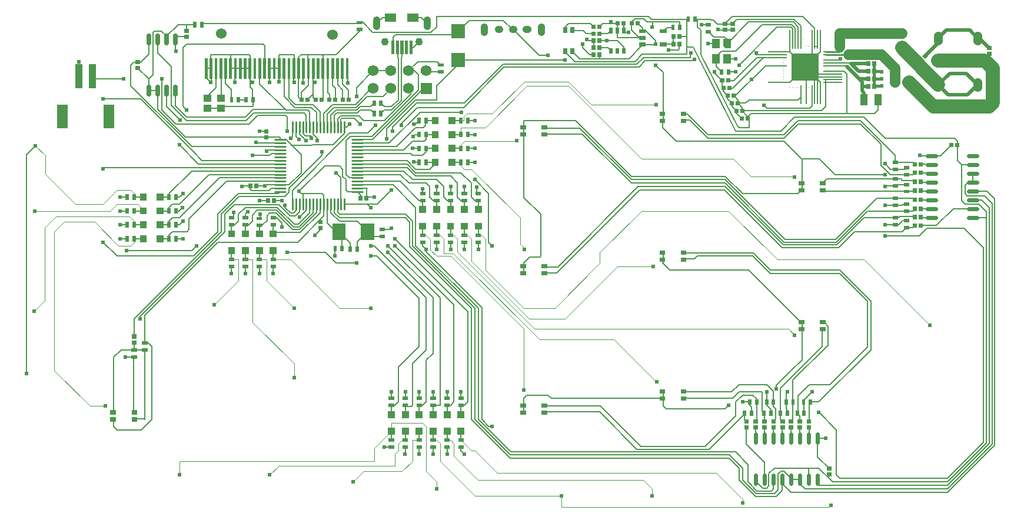
<source format=gbl>
G04 Layer: BottomLayer*
G04 EasyEDA v6.3.30, 2020-03-21T18:53:40+08:00*
G04 c5f63f6c624d440bb2292f988f7b391a,d4aa0ff59f9544bb86dfcbd96f28fb4a,05*
G04 Gerber Generator version 0.2*
G04 Scale: 100 percent, Rotated: No, Reflected: No *
G04 Dimensions in millimeters *
G04 leading zeros omitted , absolute positions ,3 integer and 3 decimal *
%FSLAX33Y33*%
%MOMM*%
G90*
G71D02*

%ADD10C,0.200000*%
%ADD12C,0.101600*%
%ADD13C,0.100000*%
%ADD14C,0.399999*%
%ADD16C,0.609600*%
%ADD17C,0.999998*%
%ADD20C,1.524000*%
%ADD21C,1.299997*%
%ADD23C,1.574800*%
%ADD24C,1.092200*%
%ADD25C,1.999996*%
%ADD26C,0.499999*%
%ADD27C,1.499997*%
%ADD28C,0.250012*%
%ADD29C,0.599999*%
%ADD30C,0.650011*%
%ADD31C,0.280010*%
%ADD48R,3.999992X3.999992*%
%ADD49R,2.799994X0.254000*%
%ADD50R,0.010008X0.010008*%
%ADD51R,2.799994X0.240005*%
%ADD52R,0.254000X2.799994*%
%ADD53R,0.240005X2.799994*%

%LPD*%
G54D10*
G01X7299Y58900D02*
G01X6000Y57600D01*
G01X6000Y26100D01*
G01X5999Y26100D01*
G54D12*
G01X7099Y35100D02*
G01X8599Y36600D01*
G01X8599Y47100D01*
G01X10200Y48700D01*
G01X20799Y48700D01*
G01X21501Y47999D01*
G01X21501Y47499D01*
G01X21501Y51500D02*
G01X21501Y52000D01*
G01X21000Y52500D01*
G01X18999Y52500D01*
G01X17000Y50499D01*
G01X12999Y50499D01*
G01X8699Y54799D01*
G01X8699Y57500D01*
G01X7299Y58900D01*
G01X64500Y16500D02*
G01X65001Y16500D01*
G01X65498Y15999D01*
G01X65498Y13499D01*
G01X70497Y8499D01*
G01X82999Y8499D01*
G01X82999Y8499D01*
G01X58499Y17800D02*
G01X58499Y19000D01*
G01X63000Y19000D01*
G01X63499Y18500D01*
G01X63499Y12000D01*
G01X64999Y10500D01*
G01X64999Y9500D01*
G01X62499Y16500D02*
G01X61500Y16500D01*
G01X61500Y13499D01*
G01X60050Y12048D01*
G01X54548Y12048D01*
G01X54000Y11500D01*
G01X53000Y10500D01*
G01X60500Y16501D02*
G01X59999Y16501D01*
G01X59499Y16000D01*
G01X59499Y15000D01*
G01X58999Y14502D01*
G01X58999Y12800D01*
G01X42300Y12800D01*
G01X41000Y11500D01*
G54D13*
G01X58499Y17799D02*
G01X56000Y15300D01*
G01X56000Y13499D01*
G01X28000Y13499D01*
G01X28000Y11500D01*
G54D10*
G01X29000Y75424D02*
G01X29000Y76300D01*
G54D12*
G01X83000Y8499D02*
G01X83000Y6900D01*
G01X121500Y6900D01*
G01X121699Y7100D01*
G54D10*
G01X51750Y61550D02*
G01X52050Y61550D01*
G01X52499Y61999D01*
G01X27404Y74200D02*
G01X27780Y74575D01*
G01X29000Y74575D01*
G01X22999Y30499D02*
G01X22999Y34499D01*
G01X33499Y45000D01*
G01X45000Y45000D01*
G01X48750Y48750D01*
G01X48750Y50450D01*
G01X45750Y50450D02*
G01X45750Y51999D01*
G01X45750Y52000D01*
G01X40300Y53099D02*
G01X40450Y53250D01*
G01X42450Y53250D01*
G01X42450Y59749D02*
G01X43350Y59749D01*
G01X45498Y57601D01*
G01X45498Y55000D01*
G01X43748Y53250D01*
G01X42450Y53250D01*
G01X24863Y66800D02*
G01X24863Y64133D01*
G01X28897Y60100D01*
G01X42450Y60100D01*
G01X42450Y59749D01*
G01X20000Y68499D02*
G01X15999Y68499D01*
G01X43500Y61000D02*
G01X43500Y63000D01*
G01X43253Y63246D01*
G01X39246Y63246D01*
G01X38000Y62000D01*
G01X27499Y62000D01*
G01X27499Y62000D01*
G01X25499Y63999D01*
G01X25499Y68499D01*
G01X26134Y66800D02*
G01X26134Y64565D01*
G01X28099Y62600D01*
G01X21998Y70923D02*
G01X21424Y70923D01*
G01X21000Y70499D01*
G01X21000Y67499D01*
G01X29750Y58749D01*
G01X42450Y58749D01*
G01X31249Y56750D02*
G01X42450Y56750D01*
G01X17000Y65599D02*
G01X22400Y65599D01*
G01X29999Y57999D01*
G01X31249Y56750D01*
G01X28000Y59000D02*
G01X30749Y56249D01*
G01X42450Y56249D01*
G01X54983Y50450D02*
G01X55049Y50450D01*
G01X55500Y50000D01*
G01X45199Y52300D02*
G01X48899Y55999D01*
G01X50999Y55999D01*
G01X51499Y55499D01*
G01X51499Y54499D01*
G01X51999Y53999D01*
G01X51999Y52499D01*
G01X52249Y52250D01*
G01X53549Y52250D01*
G01X48750Y50450D02*
G01X48750Y51749D01*
G01X48500Y52000D01*
G01X45750Y52000D01*
G01X136228Y57444D02*
G01X137520Y57444D01*
G01X139075Y59000D01*
G01X119817Y16770D02*
G01X119817Y14106D01*
G01X121500Y12424D01*
G01X141856Y56176D02*
G01X140525Y56176D01*
G01X139923Y56775D01*
G01X139923Y59000D01*
G01X53549Y52750D02*
G01X54999Y52750D01*
G01X54924Y52674D01*
G01X54924Y51299D01*
G01X53549Y52250D02*
G01X54075Y51724D01*
G01X54075Y51299D01*
G01X42700Y50999D02*
G01X41624Y50999D01*
G01X41624Y50999D01*
G01X33000Y51999D02*
G01X33499Y52500D01*
G01X34749Y53750D01*
G01X42450Y53750D01*
G01X39024Y53099D02*
G01X40300Y53099D01*
G01X40300Y53099D01*
G01X53499Y42000D02*
G01X50500Y42000D01*
G01X48999Y43499D01*
G01X43499Y43499D01*
G01X45750Y51999D02*
G01X45500Y51999D01*
G01X45199Y52300D01*
G01X50499Y54999D02*
G01X51250Y54249D01*
G01X51250Y50450D01*
G01X21500Y31423D02*
G01X21500Y33999D01*
G01X34000Y46498D01*
G01X34000Y49000D01*
G01X36598Y51599D01*
G01X43197Y51599D01*
G01X43799Y52201D01*
G01X43799Y52800D01*
G01X48501Y57499D01*
G01X48501Y57999D01*
G01X40499Y58099D02*
G01X40650Y58250D01*
G01X42450Y58250D01*
G01X50251Y50451D02*
G01X50355Y50344D01*
G01X44000Y60000D02*
G01X44250Y60249D01*
G01X44250Y61550D01*
G01X45750Y61550D02*
G01X45750Y60649D01*
G01X46099Y60300D01*
G01X46899Y60300D01*
G01X47000Y60200D01*
G01X47000Y60000D01*
G01X45199Y59799D02*
G01X44750Y60249D01*
G01X44750Y61550D01*
G01X46199Y59600D02*
G01X45250Y60550D01*
G01X45250Y61550D01*
G01X47800Y59600D02*
G01X47800Y59998D01*
G01X47248Y60550D01*
G01X47248Y61550D01*
G01X25200Y45500D02*
G01X26500Y45500D01*
G01X25200Y47500D02*
G01X26500Y47500D01*
G01X25200Y49500D02*
G01X26500Y49500D01*
G01X25200Y51500D02*
G01X26500Y51500D01*
G01X21500Y45500D02*
G01X22800Y45500D01*
G01X21500Y47499D02*
G01X22799Y47500D01*
G01X21500Y49499D02*
G01X22799Y49500D01*
G01X21500Y51499D02*
G01X22799Y51500D01*
G54D12*
G01X22799Y49500D02*
G01X22799Y49700D01*
G01X22000Y50500D01*
G01X19000Y50500D01*
G01X18000Y49500D01*
G01X7200Y49500D01*
G01X7200Y49500D01*
G54D10*
G01X18564Y19569D02*
G01X18564Y18434D01*
G01X18999Y17999D01*
G01X22499Y17999D01*
G01X24000Y19501D01*
G01X24000Y29998D01*
G01X23499Y30499D01*
G01X22999Y30499D01*
G01X21500Y29501D02*
G01X19601Y29501D01*
G01X18564Y28464D01*
G01X18564Y20430D01*
G01X21499Y29500D02*
G01X23000Y29499D01*
G01X21500Y30575D02*
G01X21500Y29499D01*
G01X21499Y28500D02*
G01X21434Y28435D01*
G01X21434Y20429D01*
G01X23000Y29499D02*
G01X23000Y19500D01*
G01X22930Y19569D01*
G01X21434Y19569D01*
G01X33249Y69999D02*
G01X33249Y67249D01*
G01X32000Y66000D01*
G01X32000Y65700D01*
G01X46249Y61550D02*
G01X46249Y63301D01*
G01X45951Y63600D01*
G01X38699Y63600D01*
G01X37599Y62500D01*
G01X28999Y62500D01*
G01X26799Y64700D01*
G01X26799Y70301D01*
G01X24863Y72234D01*
G01X24863Y74200D01*
G01X43228Y64070D02*
G01X38569Y64070D01*
G01X37500Y63001D01*
G01X28999Y63001D01*
G01X27403Y64596D01*
G01X27403Y66800D01*
G01X33949Y69999D02*
G01X33999Y69949D01*
G01X33999Y65699D01*
G01X36500Y65500D02*
G01X37600Y65500D01*
G01X34649Y69999D02*
G01X34649Y67850D01*
G01X35500Y66999D01*
G01X35500Y65500D01*
G01X39550Y69998D02*
G01X39550Y67750D01*
G01X43299Y63999D01*
G01X46499Y63999D01*
G01X46750Y63748D01*
G01X46750Y61550D01*
G01X43050Y69998D02*
G01X43050Y65950D01*
G01X44599Y64400D01*
G01X47000Y64400D01*
G01X47750Y63650D01*
G01X47750Y61550D01*
G01X43748Y69998D02*
G01X43748Y65749D01*
G01X44698Y64799D01*
G01X47200Y64799D01*
G01X48249Y63750D01*
G01X48249Y61550D01*
G01X62999Y51000D02*
G01X62499Y51000D01*
G01X59749Y53750D01*
G01X53549Y53750D01*
G01X35499Y47500D02*
G01X35499Y46200D01*
G01X37499Y47500D02*
G01X37499Y46200D01*
G01X39499Y47399D02*
G01X39499Y46200D01*
G01X39499Y46200D01*
G01X41499Y47500D02*
G01X41499Y46199D01*
G01X41499Y43800D02*
G01X41499Y42500D01*
G01X39499Y43800D02*
G01X39499Y42500D01*
G01X37499Y43800D02*
G01X37499Y42499D01*
G54D12*
G01X35499Y42500D02*
G01X35499Y42499D01*
G01X36500Y42499D01*
G01X36500Y39499D01*
G01X33000Y36000D01*
G54D10*
G01X35499Y43800D02*
G01X35499Y42500D01*
G54D12*
G01X37499Y42499D02*
G01X37500Y42499D01*
G01X38499Y42499D01*
G01X38499Y33500D01*
G01X44500Y27499D01*
G01X44500Y25499D01*
G01X39499Y42500D02*
G01X39499Y42499D01*
G01X40499Y42499D01*
G01X40499Y39500D01*
G01X44500Y35500D01*
G54D10*
G01X46751Y50451D02*
G01X46751Y49249D01*
G01X45102Y47601D01*
G01X44500Y47601D01*
G01X42100Y49998D01*
G01X37500Y49998D01*
G01X36499Y49000D01*
G01X36499Y47999D01*
G01X35999Y47499D01*
G01X35498Y47499D01*
G01X47248Y50451D02*
G01X47248Y49249D01*
G01X45199Y47199D01*
G01X44399Y47199D01*
G01X41998Y49600D01*
G01X39202Y49600D01*
G01X38501Y48899D01*
G01X38501Y47999D01*
G01X38000Y47499D01*
G01X37500Y47499D01*
G01X47750Y50450D02*
G01X47750Y49250D01*
G01X45299Y46799D01*
G01X44299Y46799D01*
G01X41901Y49198D01*
G01X40998Y49198D01*
G01X40599Y48799D01*
G01X40599Y48098D01*
G01X39900Y47399D01*
G01X39499Y47399D01*
G01X48249Y50451D02*
G01X48249Y49249D01*
G01X45399Y46399D01*
G01X41500Y46399D01*
G01X41500Y47499D01*
G01X53549Y55750D02*
G01X60749Y55750D01*
G01X62000Y54500D01*
G01X67000Y54500D01*
G01X67999Y53500D01*
G01X67999Y51500D01*
G01X68499Y51000D01*
G01X68999Y51000D01*
G01X53549Y56250D02*
G01X60749Y56250D01*
G01X62000Y55000D01*
G01X68499Y55000D01*
G01X70000Y53500D01*
G01X70000Y51500D01*
G01X70499Y51000D01*
G01X70999Y51000D01*
G01X70999Y47299D02*
G01X70999Y45999D01*
G01X70999Y50999D02*
G01X70999Y49700D01*
G01X68999Y51000D02*
G01X68999Y49699D01*
G01X66999Y51000D02*
G01X66999Y49700D01*
G01X64999Y51000D02*
G01X64999Y49699D01*
G01X62999Y51000D02*
G01X62999Y49699D01*
G01X62999Y46000D02*
G01X62999Y47299D01*
G01X65110Y46000D02*
G01X64999Y46111D01*
G01X64999Y47299D01*
G01X67091Y46000D02*
G01X66999Y46092D01*
G01X66999Y47299D01*
G01X69098Y45999D02*
G01X68999Y46098D01*
G01X68999Y47299D01*
G01X116872Y20397D02*
G01X116999Y20524D01*
G01X116999Y22899D01*
G01X118600Y24499D01*
G01X121599Y24499D01*
G01X126999Y29899D01*
G01X126999Y36498D01*
G01X122999Y40499D01*
G01X112999Y40499D01*
G01X110500Y43001D01*
G01X102499Y43001D01*
G01X102069Y42569D01*
G01X100434Y42569D01*
G01X118800Y22000D02*
G01X119999Y22000D01*
G01X127500Y29501D01*
G01X127500Y36498D01*
G01X122999Y40999D01*
G01X112999Y40999D01*
G01X110571Y43430D01*
G01X100434Y43430D01*
G01X64800Y56498D02*
G01X64800Y56300D01*
G01X64000Y55500D01*
G01X61998Y55500D01*
G01X60749Y56750D01*
G01X53549Y56750D01*
G01X53549Y57750D02*
G01X61250Y57750D01*
G01X61500Y57499D01*
G01X62999Y57499D01*
G01X63499Y57999D01*
G01X63499Y58500D01*
G01X67200Y56499D02*
G01X68499Y56499D01*
G54D12*
G01X77599Y43999D02*
G01X77599Y44154D01*
G01X76999Y44754D01*
G01X76999Y48500D01*
G01X70000Y55499D01*
G01X69000Y55499D01*
G01X68499Y56000D01*
G01X68499Y56499D01*
G54D10*
G01X68500Y60499D02*
G01X67200Y60499D01*
G01X68499Y58499D02*
G01X67200Y58499D01*
G01X63499Y58499D02*
G01X64800Y58499D01*
G01X63499Y60499D02*
G01X63499Y59800D01*
G01X63199Y59500D01*
G01X61499Y59500D01*
G01X60249Y58250D01*
G01X53549Y58250D01*
G01X63499Y62499D02*
G01X63400Y62400D01*
G01X63400Y61800D01*
G01X63099Y61500D01*
G01X62000Y61500D01*
G01X59250Y58750D01*
G01X53549Y58750D01*
G01X131000Y51299D02*
G01X128300Y51299D01*
G01X122399Y45398D01*
G01X115099Y45398D01*
G01X106499Y53999D01*
G01X92999Y53999D01*
G01X85569Y61428D01*
G01X80434Y61428D01*
G01X132600Y49498D02*
G01X126999Y49498D01*
G01X122501Y45000D01*
G01X114998Y45000D01*
G01X106499Y53499D01*
G01X92999Y53499D01*
G01X85930Y60570D01*
G01X80434Y60570D01*
G54D12*
G01X76500Y59600D02*
G01X76400Y59500D01*
G01X69000Y59500D01*
G01X68499Y58999D01*
G01X68499Y58499D01*
G54D10*
G01X67200Y62499D02*
G01X68500Y62499D01*
G01X63499Y60499D02*
G01X64800Y60499D01*
G01X63499Y62499D02*
G01X64800Y62499D01*
G01X131183Y48500D02*
G01X126499Y48500D01*
G01X122598Y44598D01*
G01X114901Y44598D01*
G01X106499Y53001D01*
G01X94000Y53001D01*
G01X82430Y41428D01*
G01X80434Y41428D01*
G01X132600Y47100D02*
G01X132001Y46498D01*
G01X125099Y46498D01*
G01X122801Y44200D01*
G01X114701Y44200D01*
G01X106400Y52500D01*
G01X94200Y52500D01*
G01X82270Y40570D01*
G01X80434Y40570D01*
G01X49249Y50450D02*
G01X49249Y47750D01*
G01X50500Y46500D01*
G01X50950Y46500D01*
G01X23594Y68481D02*
G01X24199Y69086D01*
G01X24199Y75200D01*
G01X24399Y75400D01*
G01X25399Y75400D01*
G01X26134Y74665D01*
G01X26134Y74200D01*
G01X23594Y66800D02*
G01X24864Y66800D01*
G01X22000Y70075D02*
G01X23594Y68481D01*
G01X23594Y66800D01*
G01X23594Y74200D02*
G01X23594Y72094D01*
G01X22424Y70924D01*
G01X22000Y70924D01*
G01X48750Y61550D02*
G01X48750Y63549D01*
G01X49999Y64799D01*
G01X53299Y64799D01*
G01X55631Y67131D01*
G01X55890Y67131D01*
G01X49249Y61550D02*
G01X49249Y63450D01*
G01X50200Y64400D01*
G01X53400Y64400D01*
G01X55001Y66000D01*
G01X57299Y66000D01*
G01X58430Y67131D01*
G01X55999Y63498D02*
G01X55498Y63999D01*
G01X54000Y63999D01*
G01X53598Y63600D01*
G01X50599Y63600D01*
G01X50251Y63250D01*
G01X50251Y61550D01*
G01X56000Y64999D02*
G01X55500Y64499D01*
G01X53999Y64499D01*
G01X53499Y63999D01*
G01X50499Y63999D01*
G01X49750Y63250D01*
G01X49750Y61550D01*
G01X58000Y66699D02*
G01X58430Y67131D01*
G01X46550Y69999D02*
G01X46550Y67549D01*
G01X45575Y66575D01*
G01X45575Y65499D01*
G01X45149Y69999D02*
G01X45149Y65925D01*
G01X45575Y65499D01*
G01X47249Y69999D02*
G01X47249Y66325D01*
G01X46423Y65499D01*
G01X47249Y69999D02*
G01X47249Y65826D01*
G01X47575Y65499D01*
G01X48649Y69999D02*
G01X48649Y65725D01*
G01X48424Y65499D01*
G01X63510Y69669D02*
G01X63679Y69500D01*
G01X65600Y69500D01*
G01X60970Y69669D02*
G01X62300Y71000D01*
G01X65100Y71000D01*
G01X65600Y70500D01*
G01X109572Y18374D02*
G01X109572Y15927D01*
G01X112197Y13302D01*
G01X112197Y10827D01*
G01X110872Y18374D02*
G01X110927Y18319D01*
G01X110927Y16770D01*
G01X112173Y18373D02*
G01X112196Y16770D01*
G01X113471Y18373D02*
G01X113466Y16770D01*
G01X114772Y18374D02*
G01X114737Y18339D01*
G01X114737Y16770D01*
G01X115972Y18374D02*
G01X116007Y18339D01*
G01X116007Y16770D01*
G01X117271Y18373D02*
G01X117276Y16770D01*
G01X118572Y18373D02*
G01X118546Y16770D01*
G01X111074Y21997D02*
G01X111074Y22427D01*
G01X110500Y23001D01*
G01X108998Y23001D01*
G01X108000Y22000D01*
G01X108000Y19998D01*
G01X103598Y15599D01*
G01X94398Y15599D01*
G01X88569Y21428D01*
G01X80434Y21428D01*
G01X112072Y20397D02*
G01X111800Y20672D01*
G01X111800Y23499D01*
G01X108498Y23499D01*
G01X107568Y22569D01*
G01X100434Y22569D01*
G01X109273Y20397D02*
G01X109273Y20273D01*
G01X104200Y15200D01*
G01X93799Y15200D01*
G01X88429Y20570D01*
G01X80434Y20570D01*
G01X109272Y20398D02*
G01X109272Y19523D01*
G01X109572Y19222D01*
G01X111073Y21998D02*
G01X111073Y19423D01*
G01X110872Y19222D01*
G01X112072Y20398D02*
G01X112172Y20298D01*
G01X112172Y19222D01*
G01X113473Y21998D02*
G01X113473Y21326D01*
G01X113800Y21000D01*
G01X113800Y19550D01*
G01X113472Y19222D01*
G01X114472Y20398D02*
G01X114472Y19522D01*
G01X114772Y19222D01*
G01X116272Y21998D02*
G01X116272Y19522D01*
G01X115972Y19222D01*
G01X116872Y20398D02*
G01X117272Y19998D01*
G01X117272Y19222D01*
G01X118800Y22000D02*
G01X118572Y21772D01*
G01X118572Y19222D01*
G01X113471Y21997D02*
G01X113471Y23527D01*
G01X112499Y24499D01*
G01X108498Y24499D01*
G01X107429Y23430D01*
G01X100434Y23430D01*
G01X116273Y21997D02*
G01X116273Y25172D01*
G01X121300Y30199D01*
G01X121300Y32899D01*
G01X120769Y33430D01*
G01X120433Y33430D01*
G01X114472Y20398D02*
G01X114472Y24000D01*
G01X120435Y29962D01*
G01X120435Y32569D01*
G01X142080Y53634D02*
G01X142171Y53726D01*
G01X142171Y54904D01*
G01X117277Y10827D02*
G01X116007Y10827D01*
G01X132600Y54700D02*
G01X130299Y54700D01*
G01X128899Y56099D01*
G01X128899Y59099D01*
G01X125999Y62000D01*
G01X116999Y62000D01*
G01X114998Y59998D01*
G01X104000Y59998D01*
G01X101429Y62569D01*
G01X100434Y62569D01*
G01X131000Y56501D02*
G01X131000Y57499D01*
G01X125999Y62500D01*
G01X116999Y62500D01*
G01X114998Y60499D01*
G01X104000Y60499D01*
G01X101069Y63430D01*
G01X100434Y63430D01*
G01X132600Y52299D02*
G01X120705Y52299D01*
G01X120435Y52569D01*
G01X131119Y54099D02*
G01X121105Y54099D01*
G01X120435Y53429D01*
G01X133775Y53699D02*
G01X133575Y53900D01*
G01X132000Y53900D01*
G01X131800Y54099D01*
G01X130999Y54099D01*
G01X133775Y56200D02*
G01X133475Y56500D01*
G01X130999Y56500D01*
G01X133775Y54999D02*
G01X133475Y54699D01*
G01X132600Y54699D01*
G01X133775Y52399D02*
G01X133675Y52299D01*
G01X132600Y52299D01*
G01X133775Y51099D02*
G01X133575Y51300D01*
G01X130999Y51300D01*
G01X133775Y49800D02*
G01X133475Y49499D01*
G01X132600Y49499D01*
G01X133775Y48599D02*
G01X133675Y48700D01*
G01X131600Y48700D01*
G01X131400Y48500D01*
G01X130999Y48500D01*
G01X133775Y47399D02*
G01X133475Y47099D01*
G01X132600Y47099D01*
G01X142171Y49824D02*
G01X139324Y49824D01*
G01X136899Y47399D01*
G01X134624Y47399D01*
G01X134624Y48599D02*
G01X134669Y48554D01*
G01X136228Y48554D01*
G01X134624Y49800D02*
G01X136227Y49826D01*
G01X134624Y51101D02*
G01X136227Y51096D01*
G01X134624Y52399D02*
G01X134659Y52364D01*
G01X136228Y52364D01*
G01X134624Y53699D02*
G01X134689Y53634D01*
G01X136228Y53634D01*
G01X136228Y54904D02*
G01X136133Y54999D01*
G01X134624Y54999D01*
G01X134624Y56199D02*
G01X136227Y56176D01*
G01X49349Y69999D02*
G01X49349Y66499D01*
G01X49575Y66273D01*
G01X49575Y65499D01*
G01X50049Y69999D02*
G01X50049Y67550D01*
G01X50424Y67175D01*
G01X50424Y65499D01*
G01X50749Y69999D02*
G01X50749Y67650D01*
G01X51475Y66924D01*
G01X51475Y65499D01*
G01X22301Y33999D02*
G01X22301Y34299D01*
G01X34500Y46498D01*
G01X34500Y49000D01*
G01X35900Y50400D01*
G01X42298Y50400D01*
G01X43898Y48800D01*
G01X44698Y48800D01*
G01X45249Y49351D01*
G01X45249Y50451D01*
G01X118546Y10827D02*
G01X118546Y12500D01*
G01X119999Y12500D01*
G01X122001Y10499D01*
G01X138501Y10499D01*
G01X144099Y16097D01*
G01X144099Y48556D01*
G01X142171Y48556D01*
G01X142171Y52366D02*
G01X144134Y52366D01*
G01X145300Y51200D01*
G01X145300Y15800D01*
G01X138501Y9000D01*
G01X115999Y9000D01*
G01X114736Y10263D01*
G01X114736Y10827D01*
G01X117276Y10827D02*
G01X117276Y10222D01*
G01X118000Y9501D01*
G01X138501Y9501D01*
G01X144899Y15899D01*
G01X144899Y50600D01*
G01X143799Y51700D01*
G01X141300Y51700D01*
G01X141000Y52000D01*
G01X141000Y53199D01*
G01X141434Y53636D01*
G01X142171Y53636D01*
G01X142171Y51096D02*
G01X143405Y51096D01*
G01X144500Y50001D01*
G01X144500Y15998D01*
G01X138501Y9998D01*
G01X119816Y9998D01*
G01X119816Y10827D01*
G01X142171Y48556D02*
G01X144099Y48556D01*
G01X144099Y49399D01*
G01X142999Y50499D01*
G01X141000Y50499D01*
G01X140499Y50999D01*
G01X140499Y56176D01*
G01X142171Y56176D01*
G01X49750Y50450D02*
G01X49750Y49249D01*
G01X50999Y48000D01*
G01X53550Y48000D01*
G01X55050Y46500D01*
G01X50950Y46500D02*
G01X51400Y46050D01*
G01X51400Y44100D01*
G01X55050Y46500D02*
G01X53599Y45049D01*
G01X53599Y43999D01*
G01X50950Y46500D02*
G01X52599Y44850D01*
G01X52599Y43999D01*
G54D12*
G01X84000Y68098D02*
G01X87299Y64799D01*
G01X96599Y64799D01*
G01X41500Y42500D02*
G01X44000Y42500D01*
G01X51000Y35500D01*
G01X55498Y35500D01*
G54D10*
G01X26499Y47499D02*
G01X26499Y47999D01*
G01X27000Y48500D01*
G01X28000Y48500D01*
G01X33748Y54250D01*
G01X42450Y54250D01*
G01X26499Y49501D02*
G01X26499Y49998D01*
G01X27000Y50499D01*
G01X28000Y50499D01*
G01X32250Y54751D01*
G01X42450Y54751D01*
G01X26499Y51500D02*
G01X26499Y52000D01*
G01X29750Y55249D01*
G01X42450Y55249D01*
G01X16999Y55599D02*
G01X17150Y55750D01*
G01X42450Y55750D01*
G01X28999Y63999D02*
G01X28499Y64499D01*
G01X28499Y73000D01*
G01X28999Y73500D01*
G01X39999Y73500D01*
G01X40249Y73250D01*
G01X40249Y69999D01*
G54D12*
G01X116500Y54399D02*
G01X116500Y54499D01*
G01X110200Y54499D01*
G01X107701Y56999D01*
G01X94500Y56999D01*
G01X84000Y67499D01*
G01X78000Y67499D01*
G01X72001Y61500D01*
G01X68501Y61500D01*
G01X68501Y60499D01*
G54D10*
G01X46549Y69999D02*
G01X46500Y70049D01*
G01X46500Y72000D01*
G01X48500Y72000D01*
G01X48649Y71850D01*
G01X48649Y69999D01*
G01X46499Y72000D02*
G01X45498Y72000D01*
G01X45150Y71649D01*
G01X45150Y69998D01*
G01X26133Y74664D02*
G01X26164Y74664D01*
G01X27799Y76300D01*
G01X30199Y76300D01*
G01X53499Y65999D02*
G01X53499Y67279D01*
G01X55890Y69669D01*
G01X55890Y69669D02*
G01X58430Y69669D01*
G01X70500Y62500D02*
G01X69499Y62500D01*
G01X69499Y62500D01*
G01X70499Y60500D02*
G01X69499Y60500D01*
G01X70499Y58500D02*
G01X69499Y58500D01*
G01X70499Y56500D02*
G01X69499Y56500D01*
G01X70500Y53999D02*
G01X70500Y53999D01*
G01X72499Y52000D01*
G01X72499Y45000D01*
G01X73000Y44500D01*
G01X71000Y44000D02*
G01X71000Y44999D01*
G01X69000Y44000D02*
G01X69000Y44999D01*
G01X66999Y44000D02*
G01X67000Y44999D01*
G01X64999Y44000D02*
G01X65000Y44999D01*
G01X63499Y43999D02*
G01X63000Y44499D01*
G01X63000Y44999D01*
G54D12*
G01X71000Y46000D02*
G01X71500Y46000D01*
G01X72001Y45500D01*
G01X72001Y40999D01*
G01X77500Y35500D01*
G01X82001Y35500D01*
G01X88501Y42000D01*
G01X88501Y43499D01*
G01X94503Y49501D01*
G01X106999Y49501D01*
G01X114000Y42500D01*
G01X126499Y42500D01*
G01X135999Y33001D01*
G01X68999Y46219D02*
G01X69220Y46000D01*
G01X69499Y46000D01*
G01X69999Y45500D01*
G01X69999Y42300D01*
G01X78300Y33999D01*
G01X83499Y33999D01*
G01X91000Y41500D01*
G01X96200Y41500D01*
G01X67000Y46000D02*
G01X67500Y46000D01*
G01X68000Y45500D01*
G01X68000Y43598D01*
G01X79098Y32500D01*
G01X115599Y32500D01*
G01X116500Y31599D01*
G01X62999Y46000D02*
G01X63499Y46000D01*
G01X64099Y45398D01*
G01X64099Y43900D01*
G01X65001Y43001D01*
G01X67000Y43001D01*
G01X77500Y32501D01*
G01X77500Y23699D01*
G54D10*
G01X63499Y43999D02*
G01X63499Y43600D01*
G01X71500Y35599D01*
G01X71500Y19501D01*
G01X72499Y18500D01*
G01X72999Y18500D01*
G01X20499Y51500D02*
G01X19500Y51500D01*
G01X19500Y51499D01*
G01X19500Y49500D02*
G01X20499Y49500D01*
G01X19500Y47500D02*
G01X20499Y47500D01*
G01X19500Y45500D02*
G01X20499Y45500D01*
G01X17000Y45000D02*
G01X18999Y43001D01*
G01X29999Y43001D01*
G01X33499Y46498D01*
G01X33499Y49000D01*
G01X36499Y52000D01*
G01X20399Y43800D02*
G01X29800Y43800D01*
G01X30500Y44500D01*
G01X35500Y40499D02*
G01X35499Y41500D01*
G01X37500Y40499D02*
G01X37499Y41500D01*
G01X39499Y40499D02*
G01X39499Y41500D01*
G01X41499Y40499D02*
G01X41499Y41500D01*
G01X53549Y54750D02*
G01X59749Y54750D01*
G01X61000Y53500D01*
G01X63499Y53500D01*
G01X64000Y53000D01*
G01X64000Y51500D01*
G01X64499Y51000D01*
G01X64999Y51000D01*
G01X53549Y55250D02*
G01X60249Y55250D01*
G01X61499Y54000D01*
G01X65000Y54000D01*
G01X65999Y53000D01*
G01X65999Y51500D01*
G01X66499Y51000D01*
G01X66999Y51000D01*
G01X51750Y50450D02*
G01X56450Y50450D01*
G01X58499Y52500D01*
G01X44250Y50450D02*
G01X44250Y52450D01*
G01X52499Y60700D01*
G01X57000Y65000D02*
G01X57500Y64499D01*
G01X58498Y64499D01*
G01X59499Y65500D01*
G01X59499Y71499D01*
G01X59400Y71599D01*
G01X59400Y72990D01*
G01X59362Y73029D01*
G01X57000Y63498D02*
G01X57500Y63999D01*
G01X58498Y63999D01*
G01X59900Y65401D01*
G01X59900Y71599D01*
G01X59999Y71700D01*
G01X60009Y73029D01*
G01X60970Y67131D02*
G01X61300Y66800D01*
G01X61300Y66300D01*
G01X57500Y62500D01*
G01X54500Y62500D01*
G01X53802Y63199D01*
G01X51198Y63199D01*
G01X50749Y62749D01*
G01X50749Y61550D01*
G01X53550Y59249D02*
G01X58150Y59249D01*
G01X62600Y63699D01*
G01X68600Y63699D01*
G01X52499Y60700D02*
G01X55099Y60700D01*
G01X56199Y61799D01*
G01X53549Y54250D02*
G01X52497Y54250D01*
G01X51998Y54748D01*
G01X51998Y59598D01*
G01X52599Y60199D01*
G01X55699Y60199D01*
G01X62399Y66900D01*
G01X62399Y69100D01*
G01X61828Y69671D01*
G01X60970Y69671D01*
G01X57800Y59899D02*
G01X57800Y61299D01*
G01X62001Y65500D01*
G01X65001Y65500D01*
G01X65001Y67499D01*
G01X68100Y70598D01*
G01X68100Y71242D01*
G01X44123Y58985D02*
G01X50099Y59010D01*
G01X51750Y60650D01*
G01X51750Y61550D01*
G54D25*
G01X132000Y72999D02*
G01X137149Y67650D01*
G01X133000Y68000D02*
G01X136500Y64499D01*
G01X144500Y64499D01*
G01X145000Y64999D01*
G01X145000Y69999D01*
G01X143849Y71150D01*
G01X137149Y71150D01*
G54D26*
G01X135299Y71800D02*
G01X137149Y73650D01*
G01X137149Y74350D01*
G01X144499Y72924D02*
G01X143073Y74350D01*
G01X142850Y74350D01*
G01X137149Y74350D02*
G01X138299Y75500D01*
G01X141700Y75500D01*
G01X142850Y74350D01*
G54D27*
G01X132000Y75000D02*
G01X123000Y75000D01*
G01X131000Y68000D02*
G01X131000Y69999D01*
G01X129000Y72000D01*
G01X124302Y71990D01*
G54D28*
G01X120997Y72003D02*
G01X124500Y72000D01*
G01X120997Y72409D02*
G01X122999Y72409D01*
G01X122999Y74700D01*
G54D26*
G01X127075Y70700D02*
G01X124600Y70699D01*
G01X127076Y69600D02*
G01X125699Y69600D01*
G01X124599Y70699D01*
G01X124600Y70699D01*
G01X127076Y68500D02*
G01X125801Y68500D01*
G01X124000Y70299D01*
G54D10*
G01X107500Y76425D02*
G01X108175Y77100D01*
G01X116400Y77100D01*
G01X117391Y76110D01*
G01X117391Y73196D01*
G01X105500Y76424D02*
G01X105375Y76424D01*
G01X104799Y76999D01*
G01X104500Y76999D01*
G01X105500Y76424D02*
G01X106500Y76424D01*
G01X106500Y76424D01*
G01X106500Y76424D02*
G01X107500Y76424D01*
G01X104500Y76999D02*
G01X104400Y77099D01*
G01X102038Y77099D01*
G01X106400Y76425D02*
G01X107477Y77499D01*
G01X117700Y77499D01*
G01X119397Y75802D01*
G01X119397Y73196D01*
G01X105199Y71400D02*
G01X105199Y70299D01*
G01X105999Y69499D01*
G01X106799Y73600D02*
G01X109900Y76699D01*
G01X116298Y76699D01*
G01X117010Y75990D01*
G01X117010Y73196D01*
G01X104100Y75299D02*
G01X104846Y74554D01*
G01X106445Y74554D01*
G01X106800Y74200D01*
G01X106800Y73600D01*
G01X105199Y71400D02*
G01X105199Y71700D01*
G01X105999Y72500D01*
G01X108000Y72500D01*
G01X111800Y76300D01*
G01X116100Y76300D01*
G01X116603Y75797D01*
G01X116603Y73196D01*
G01X107124Y67199D02*
G01X107599Y67199D01*
G01X111996Y71596D01*
G01X113499Y71596D01*
G01X107723Y66099D02*
G01X108000Y66099D01*
G01X112303Y70402D01*
G01X115003Y70402D01*
G01X105199Y73600D02*
G01X104000Y73600D01*
G01X103101Y76300D02*
G01X103299Y76300D01*
G01X104099Y76300D01*
G01X106800Y71400D02*
G01X108000Y71400D01*
G01X106999Y69499D02*
G01X108000Y69499D01*
G01X106275Y68200D02*
G01X106175Y68200D01*
G01X106075Y68299D01*
G01X106075Y68299D02*
G01X106075Y67400D01*
G01X106276Y67200D01*
G01X106276Y67200D02*
G01X106276Y66700D01*
G01X106876Y66100D01*
G01X106876Y66100D02*
G01X106876Y65599D01*
G01X107475Y64999D01*
G01X107724Y66100D02*
G01X108324Y65500D01*
G01X108324Y64999D01*
G01X118203Y67202D02*
G01X118203Y69996D01*
G01X117999Y70200D01*
G01X99923Y74598D02*
G01X101000Y74598D01*
G01X101000Y77099D01*
G01X101362Y77099D01*
G01X97600Y75349D02*
G01X98150Y75899D01*
G01X98999Y75899D01*
G01X97600Y73449D02*
G01X97650Y73499D01*
G01X99075Y73499D01*
G01X99075Y74600D02*
G01X99075Y73499D01*
G01X93924Y76499D02*
G01X94600Y75824D01*
G01X94600Y75349D01*
G01X93075Y76499D02*
G01X93075Y75499D01*
G01X94175Y74399D01*
G01X94600Y74399D01*
G01X94500Y75526D02*
G01X94973Y75526D01*
G01X96500Y73999D01*
G01X96500Y73499D01*
G01X96450Y73449D01*
G01X94600Y73449D01*
G01X101362Y77099D02*
G01X95898Y77099D01*
G01X95498Y77499D01*
G01X65001Y77499D01*
G01X65001Y76000D01*
G01X64200Y75200D01*
G01X55801Y75200D01*
G01X54401Y76600D01*
G01X53899Y76600D01*
G01X53899Y76600D02*
G01X53899Y76511D01*
G01X31199Y76511D01*
G01X31199Y76300D01*
G01X99999Y75900D02*
G01X99999Y76600D01*
G01X99853Y76746D01*
G01X95500Y76746D01*
G01X95500Y76746D02*
G01X95253Y76746D01*
G01X94853Y77145D01*
G01X93500Y77145D01*
G01X93075Y76721D01*
G01X93075Y76499D01*
G01X91925Y76501D02*
G01X91940Y75447D01*
G01X58711Y73030D02*
G01X58711Y74500D01*
G01X58711Y74499D02*
G01X59058Y74846D01*
G01X67589Y74846D01*
G01X68100Y75357D01*
G01X87575Y76000D02*
G01X87075Y76499D01*
G01X84000Y76499D01*
G01X83569Y76069D01*
G01X83569Y75434D01*
G01X87575Y75000D02*
G01X86500Y75000D01*
G01X86065Y75434D01*
G01X84430Y75434D01*
G01X90060Y75447D02*
G01X89612Y75000D01*
G01X88424Y75000D01*
G01X91075Y76500D02*
G01X90999Y76424D01*
G01X90999Y75447D01*
G01X90999Y75447D02*
G01X91000Y74500D01*
G01X91100Y74399D01*
G01X94600Y74399D01*
G01X90060Y72552D02*
G01X89612Y73000D01*
G01X88424Y73000D01*
G01X88424Y72000D02*
G01X88424Y71400D01*
G01X92699Y71400D01*
G01X94599Y73300D01*
G01X94599Y73450D01*
G01X86000Y73500D02*
G01X86000Y73000D01*
G01X86999Y72000D01*
G01X87575Y72000D01*
G01X88424Y72000D02*
G01X88501Y71924D01*
G01X88501Y71400D01*
G01X85595Y71400D01*
G01X84429Y72564D01*
G01X132600Y55699D02*
G01X132400Y55500D01*
G01X130999Y55500D01*
G01X97565Y62570D02*
G01X97500Y62505D01*
G01X97500Y61500D01*
G01X99500Y59500D01*
G01X114999Y59500D01*
G01X114999Y59500D02*
G01X117565Y56934D01*
G01X117565Y53429D01*
G01X97565Y62570D02*
G01X97565Y63429D01*
G01X97565Y62570D02*
G01X97500Y62505D01*
G01X97500Y62000D01*
G01X117565Y56934D02*
G01X117630Y56999D01*
G01X120000Y56999D01*
G01X122300Y54699D01*
G01X129500Y54699D01*
G01X129500Y56299D02*
G01X130299Y55500D01*
G01X130999Y55500D01*
G01X117565Y53429D02*
G01X117565Y52569D01*
G01X117565Y52569D02*
G01X116994Y51999D01*
G01X108999Y51999D01*
G01X106499Y54499D01*
G01X93000Y54499D01*
G01X85000Y62500D01*
G01X77499Y62500D01*
G01X77564Y62435D01*
G01X77564Y61429D01*
G01X77564Y61708D02*
G01X77564Y60570D01*
G01X77563Y60570D02*
G01X77563Y51433D01*
G01X79999Y49000D01*
G01X79999Y43001D01*
G01X79900Y42899D01*
G01X78399Y42899D01*
G01X77500Y42000D01*
G01X77563Y41934D01*
G01X77563Y41428D01*
G01X77564Y41429D02*
G01X77564Y40569D01*
G01X129500Y52999D02*
G01X129600Y53099D01*
G01X130999Y53099D01*
G01X130999Y53099D02*
G01X131199Y53299D01*
G01X132600Y53299D01*
G01X130999Y50300D02*
G01X129500Y50300D01*
G01X129500Y47500D02*
G01X130999Y47500D01*
G01X130999Y47500D02*
G01X131500Y47500D01*
G01X132099Y48099D01*
G01X132600Y48099D01*
G01X130999Y50300D02*
G01X132000Y50300D01*
G01X132199Y50499D01*
G01X132600Y50499D01*
G01X141800Y46099D02*
G01X143700Y44200D01*
G01X143700Y16199D01*
G01X138501Y10999D01*
G01X122999Y10999D01*
G01X122999Y10999D02*
G01X122500Y11499D01*
G01X122500Y12999D01*
G01X122500Y17999D01*
G01X120000Y20499D01*
G01X119000Y23500D02*
G01X117800Y22300D01*
G01X117800Y21999D01*
G01X117800Y21999D02*
G01X117872Y21927D01*
G01X117872Y20398D01*
G01X115500Y23500D02*
G01X115272Y23272D01*
G01X115272Y21998D01*
G01X112500Y23500D02*
G01X112473Y23473D01*
G01X112473Y21998D01*
G01X115272Y21998D02*
G01X115272Y20999D01*
G01X115472Y20800D01*
G01X115472Y20398D01*
G01X112473Y21998D02*
G01X112473Y21499D01*
G01X113072Y20900D01*
G01X113072Y20398D01*
G01X110073Y21998D02*
G01X110073Y21499D01*
G01X110272Y21300D01*
G01X110272Y20398D01*
G01X108998Y22000D02*
G01X110073Y21997D01*
G01X107000Y21499D02*
G01X106500Y20999D01*
G01X98000Y20999D01*
G01X97565Y21434D01*
G01X97565Y22569D01*
G01X97565Y22569D02*
G01X97565Y23429D01*
G01X97565Y22569D02*
G01X97495Y22500D01*
G01X81500Y22500D01*
G01X81000Y23000D01*
G01X78000Y23000D01*
G01X77564Y22564D01*
G01X77564Y21429D01*
G01X77564Y21429D02*
G01X77564Y20569D01*
G01X117565Y33429D02*
G01X117565Y32569D01*
G01X117565Y32569D02*
G01X117565Y28065D01*
G01X116000Y26499D01*
G01X113900Y24400D01*
G01X113900Y23899D01*
G01X117565Y33284D02*
G01X109849Y40999D01*
G01X98500Y40999D01*
G01X97500Y41999D01*
G01X97565Y42065D01*
G01X97565Y42569D01*
G01X97565Y42569D02*
G01X97565Y43429D01*
G01X119817Y16770D02*
G01X121000Y16770D01*
G01X134500Y57499D02*
G01X134555Y57444D01*
G01X136228Y57444D01*
G01X97565Y63429D02*
G01X97565Y69434D01*
G01X96500Y70499D01*
G01X59900Y61799D02*
G01X59900Y62099D01*
G01X62199Y64400D01*
G01X68902Y64400D01*
G01X74701Y70199D01*
G01X94099Y70199D01*
G01X95001Y71101D01*
G01X102100Y71101D01*
G01X102100Y71300D01*
G01X112100Y64700D02*
G01X112499Y64299D01*
G01X118699Y64299D01*
G01X118991Y64591D01*
G01X118991Y67202D01*
G01X117999Y70200D02*
G01X120209Y67990D01*
G01X120209Y67202D01*
G01X120209Y67202D02*
G01X120209Y67990D01*
G01X117999Y70200D01*
G01X119803Y67202D02*
G01X119803Y68396D01*
G01X117999Y70200D01*
G01X119397Y67202D02*
G01X119397Y68802D01*
G01X117999Y70200D01*
G01X120997Y69209D02*
G01X118990Y69209D01*
G01X117999Y70200D01*
G01X120997Y68802D02*
G01X119396Y68802D01*
G01X117999Y70200D01*
G01X115002Y67990D02*
G01X115790Y67990D01*
G01X117999Y70200D01*
G01X115002Y72409D02*
G01X115790Y72409D01*
G01X117999Y70200D01*
G01X115790Y73197D02*
G01X115790Y72409D01*
G01X117999Y70200D01*
G01X118990Y73197D02*
G01X118990Y71463D01*
G01X120209Y73197D02*
G01X120209Y72409D01*
G01X117999Y70200D01*
G01X120997Y71190D02*
G01X122890Y71190D01*
G01X123099Y71399D01*
G01X105500Y75600D02*
G01X105524Y75575D01*
G01X107924Y75575D01*
G01X107500Y75575D01*
G01X107681Y75575D02*
G01X106500Y75575D01*
G01X106500Y75575D02*
G01X106500Y75575D01*
G01X105500Y75575D01*
G01X101600Y72200D02*
G01X101500Y72200D01*
G01X101500Y71599D01*
G01X94800Y71599D01*
G01X93802Y70600D01*
G01X85100Y70600D01*
G01X85100Y70600D02*
G01X74599Y70600D01*
G01X68998Y65000D01*
G01X62100Y65000D01*
G01X58699Y61599D01*
G01X58699Y60999D01*
G01X46250Y50450D02*
G01X46250Y49549D01*
G01X45300Y48599D01*
G01X42699Y47199D02*
G01X42699Y47800D01*
G01X42000Y48500D01*
G01X41499Y48500D01*
G01X47500Y45999D02*
G01X48300Y46800D01*
G01X48300Y47075D01*
G01X50400Y44099D02*
G01X50400Y42999D01*
G01X57200Y45800D02*
G01X55750Y45800D01*
G01X55050Y46500D01*
G01X50749Y50451D02*
G01X50749Y49252D01*
G01X51000Y49000D01*
G01X60500Y49000D01*
G01X61500Y47999D01*
G01X61500Y44499D01*
G01X70500Y35500D01*
G01X70500Y19501D01*
G01X75600Y14400D01*
G01X107098Y14400D01*
G01X108998Y12500D01*
G01X108998Y10801D01*
G01X111000Y8800D01*
G01X113598Y8800D01*
G01X114099Y9300D01*
G01X114099Y11599D01*
G01X114500Y12000D01*
G01X115000Y12000D01*
G01X116006Y10992D01*
G01X116006Y10827D01*
G01X50251Y50451D02*
G01X50251Y49249D01*
G01X51000Y48500D01*
G01X60500Y48500D01*
G01X61147Y47852D01*
G01X61147Y44352D01*
G01X69999Y35500D01*
G01X69999Y19501D01*
G01X75600Y13900D01*
G01X107101Y13900D01*
G01X108501Y12500D01*
G01X108501Y10799D01*
G01X110898Y8398D01*
G01X113898Y8398D01*
G01X114736Y9236D01*
G01X114736Y10827D01*
G01X57200Y46800D02*
G01X58300Y46800D01*
G01X58500Y47000D01*
G01X54924Y51387D02*
G01X55036Y51499D01*
G01X56000Y51499D01*
G01X42450Y52249D02*
G01X42199Y52000D01*
G01X36499Y52000D01*
G01X42450Y52750D02*
G01X41250Y52750D01*
G01X41000Y52499D01*
G01X41000Y52499D02*
G01X40899Y52399D01*
G01X38399Y52399D01*
G01X38175Y52624D01*
G01X38175Y53099D01*
G01X40775Y50999D02*
G01X40775Y50999D01*
G01X39499Y50999D01*
G01X39600Y48999D02*
G01X39600Y48500D01*
G01X39499Y48399D01*
G01X37799Y49399D02*
G01X37499Y49099D01*
G01X37499Y48500D01*
G01X35499Y48500D02*
G01X35799Y48800D01*
G01X35799Y49299D01*
G01X28500Y45499D02*
G01X27499Y45500D01*
G01X27499Y47500D02*
G01X28000Y47500D01*
G01X28499Y47999D01*
G01X28399Y50000D02*
G01X27899Y49500D01*
G01X27499Y49500D01*
G01X27499Y51500D02*
G01X28000Y51500D01*
G01X28500Y51999D01*
G01X20200Y28500D02*
G01X20200Y28499D01*
G01X21499Y28499D01*
G01X63000Y52000D02*
G01X63000Y52699D01*
G01X63000Y52699D01*
G01X64999Y52999D02*
G01X65000Y52000D01*
G01X67000Y52000D02*
G01X67000Y52999D01*
G01X69000Y52999D02*
G01X69000Y52000D01*
G01X71000Y52000D02*
G01X70800Y52200D01*
G01X70800Y52899D01*
G01X31998Y64299D02*
G01X34000Y64299D01*
G01X34000Y64299D02*
G01X34200Y64499D01*
G01X38499Y64499D01*
G01X38600Y64600D01*
G01X38600Y65499D01*
G01X38600Y65499D02*
G01X38499Y65600D01*
G01X38499Y66999D01*
G01X38149Y67350D01*
G01X38149Y69999D01*
G01X38149Y69999D02*
G01X37449Y69999D01*
G01X37449Y69999D02*
G01X36749Y69999D01*
G01X36749Y69999D02*
G01X36049Y69999D01*
G01X36049Y69999D02*
G01X35349Y69999D01*
G01X32549Y69999D02*
G01X31849Y69999D01*
G01X32549Y69999D02*
G01X32500Y70049D01*
G01X32500Y72000D01*
G01X35500Y72000D01*
G01X35349Y71849D01*
G01X35349Y69999D01*
G01X35500Y72000D02*
G01X38000Y72000D01*
G01X38149Y71850D01*
G01X38149Y69999D01*
G01X40949Y69999D02*
G01X42349Y69999D01*
G01X42349Y69998D02*
G01X42349Y72000D01*
G01X44499Y71999D01*
G01X44449Y69998D01*
G01X45849Y69999D02*
G01X45799Y69949D01*
G01X45799Y67899D01*
G01X47500Y67999D02*
G01X47249Y68250D01*
G01X47249Y69999D01*
G01X52149Y69999D02*
G01X52199Y69949D01*
G01X52199Y67899D01*
G01X44500Y67999D02*
G01X44449Y68050D01*
G01X44449Y69999D01*
G01X41000Y67999D02*
G01X40949Y68050D01*
G01X40949Y69999D01*
G01X42349Y69999D02*
G01X42299Y69950D01*
G01X42299Y68099D01*
G01X38499Y67999D02*
G01X38149Y68350D01*
G01X38149Y69999D01*
G01X36049Y69999D02*
G01X35999Y69949D01*
G01X35999Y67999D01*
G01X32500Y67999D02*
G01X32549Y68049D01*
G01X32549Y69999D01*
G01X32500Y67999D02*
G01X31849Y68650D01*
G01X31849Y69999D01*
G01X27499Y72500D02*
G01X27404Y72595D01*
G01X27404Y74200D01*
G01X13500Y68874D02*
G01X13499Y68874D01*
G01X13499Y70999D01*
G01X40499Y60924D02*
G01X40424Y61000D01*
G01X39499Y61000D01*
G01X39000Y59399D02*
G01X39149Y59250D01*
G01X42450Y59250D01*
G01X37000Y52999D02*
G01X37099Y53099D01*
G01X38175Y53099D01*
G01X42450Y57750D02*
G01X42400Y57799D01*
G01X41299Y57799D01*
G01X40999Y57499D01*
G01X38499Y57499D01*
G01X61700Y56599D02*
G01X61799Y56500D01*
G01X62499Y56500D01*
G01X62499Y58500D02*
G01X62499Y58499D01*
G01X61500Y58499D01*
G01X61599Y60200D02*
G01X61899Y60500D01*
G01X62499Y60500D01*
G01X62499Y62500D02*
G01X61999Y61999D01*
G01X61700Y61999D01*
G01X99923Y73498D02*
G01X99923Y72823D01*
G01X99799Y72698D01*
G01X98399Y72698D01*
G01X139923Y59000D02*
G01X139923Y59574D01*
G01X139499Y59998D01*
G01X129499Y59998D01*
G01X126499Y63001D01*
G01X116499Y63001D01*
G01X114498Y60999D01*
G01X108000Y61000D01*
G01X101914Y73084D01*
G01X101000Y73084D01*
G01X96000Y76000D02*
G01X96041Y76041D01*
G01X96041Y76746D01*
G01X91075Y76500D02*
G01X88924Y76500D01*
G01X88424Y76000D01*
G01X87575Y73000D02*
G01X87575Y74000D01*
G01X90344Y76500D02*
G01X90144Y76699D01*
G01X90100Y76699D01*
G01X86599Y74200D02*
G01X86799Y74000D01*
G01X87575Y74000D01*
G01X63640Y76514D02*
G01X62813Y77341D01*
G01X61615Y77341D01*
G01X58339Y77325D02*
G01X57212Y77325D01*
G01X56401Y76514D01*
G01X62430Y73839D02*
G01X61620Y73030D01*
G01X61309Y73030D01*
G01X91939Y75447D02*
G01X92187Y75200D01*
G01X92599Y75200D01*
G01X83500Y71200D02*
G01X68142Y71200D01*
G01X68100Y71242D01*
G01X76000Y75600D02*
G01X79700Y71900D01*
G01X81000Y71900D01*
G01X91940Y72551D02*
G01X91940Y73059D01*
G01X91000Y73999D01*
G01X88424Y73999D01*
G01X119397Y73197D02*
G01X119803Y73197D01*
G01X117391Y67202D02*
G01X117391Y65891D01*
G01X116999Y65500D01*
G01X109999Y65500D01*
G01X109499Y65000D01*
G01X108323Y65000D01*
G01X108324Y64999D02*
G01X108923Y64400D01*
G01X108923Y63899D01*
G01X107475Y64999D02*
G01X107475Y64499D01*
G01X108075Y63899D01*
G01X110999Y72200D02*
G01X110999Y72003D01*
G01X115002Y72003D01*
G01X106923Y68299D02*
G01X107800Y68299D01*
G01X111096Y71596D01*
G01X115003Y71596D01*
G01X105000Y69499D02*
G01X105000Y69375D01*
G01X106075Y68299D01*
G01X102038Y77099D02*
G01X102499Y77099D01*
G01X102499Y75999D01*
G01X103000Y75499D01*
G01X103000Y71964D01*
G01X108300Y61699D01*
G01X108499Y61500D01*
G01X110000Y61500D01*
G01X110000Y62524D01*
G01X109624Y62900D01*
G01X109624Y62900D02*
G01X109624Y63199D01*
G01X108924Y63899D01*
G01X120997Y68396D02*
G01X120997Y67990D01*
G01X120997Y67989D02*
G01X120997Y64497D01*
G01X120400Y63900D01*
G01X108925Y63900D01*
G01X109623Y62899D02*
G01X110223Y63498D01*
G01X124000Y63498D01*
G01X124000Y69201D01*
G01X123608Y69589D01*
G01X120997Y69589D01*
G01X119499Y63498D02*
G01X127998Y63498D01*
G01X128501Y63999D01*
G01X128501Y65500D01*
G01X108075Y63899D02*
G01X108075Y63600D01*
G01X108775Y62900D01*
G01X63499Y56500D02*
G01X64800Y56500D01*
G54D14*
G01X127924Y70700D02*
G01X127924Y69599D01*
G01X127924Y69599D02*
G01X127924Y68500D01*
G01X127924Y68500D02*
G01X127924Y67400D01*
G01X127924Y68500D02*
G01X127924Y68499D01*
G01X129000Y68499D01*
G01X129000Y69499D02*
G01X128900Y69599D01*
G01X127924Y69599D01*
G01X127924Y67400D02*
G01X128024Y67499D01*
G01X129000Y67499D01*
G54D10*
G01X53550Y53250D02*
G01X58750Y53250D01*
G01X61998Y49998D01*
G01X61998Y44499D01*
G01X71000Y35500D01*
G01X71000Y19501D01*
G01X75702Y14799D01*
G01X108000Y14799D01*
G01X109799Y13001D01*
G01X109799Y10501D01*
G01X111099Y9198D01*
G01X113200Y9198D01*
G01X113466Y9465D01*
G01X113466Y10827D01*
G01X112499Y9600D02*
G01X112798Y9899D01*
G01X112798Y11700D01*
G01X113601Y12500D01*
G01X119499Y12500D01*
G01X110926Y10827D02*
G01X110926Y10573D01*
G01X111899Y9600D01*
G01X112499Y9600D01*
G01X51249Y61550D02*
G01X51249Y62749D01*
G01X51345Y62845D01*
G01X53154Y62845D01*
G01X54000Y62000D01*
G01X121997Y70809D02*
G01X124600Y70809D01*
G01X121997Y70403D02*
G01X124000Y70403D01*
G54D26*
G01X125801Y68500D02*
G01X126199Y68101D01*
G01X126199Y66800D01*
G01X126499Y66498D01*
G01X126499Y65500D01*
G54D10*
G01X108500Y70499D02*
G01X113946Y75946D01*
G01X115954Y75946D01*
G01X116196Y75704D01*
G01X116196Y74197D01*
G01X118990Y71463D02*
G01X118990Y71190D01*
G01X117999Y70200D01*
G54D13*
G01X68501Y62500D02*
G01X68899Y62500D01*
G01X68899Y63100D01*
G01X69301Y63498D01*
G01X72999Y63498D01*
G01X77599Y68098D01*
G01X84000Y68098D01*
G54D12*
G01X65001Y46000D02*
G01X65498Y46000D01*
G01X65999Y45500D01*
G01X65999Y43501D01*
G01X66100Y43399D01*
G01X67398Y43399D01*
G01X79799Y30999D01*
G01X90500Y30999D01*
G01X96599Y24899D01*
G01X96699Y24899D01*
G54D10*
G01X59500Y21999D02*
G01X59499Y26999D01*
G01X62499Y29998D01*
G01X62499Y36900D01*
G01X56400Y42998D01*
G01X55498Y42998D01*
G01X61500Y21499D02*
G01X61500Y27499D01*
G01X63499Y29501D01*
G01X63499Y37000D01*
G01X56000Y44500D01*
G01X55499Y44500D01*
G01X63499Y21999D02*
G01X63499Y27999D01*
G01X64500Y29000D01*
G01X64500Y37000D01*
G01X58000Y43500D01*
G01X58000Y43500D01*
G01X65499Y21500D02*
G01X65499Y37000D01*
G01X58000Y44499D01*
G01X67499Y22000D02*
G01X67499Y36000D01*
G01X59000Y44500D01*
G01X69499Y21999D02*
G01X69499Y35000D01*
G01X59000Y45500D01*
G01X58501Y21501D02*
G01X58999Y21501D01*
G01X59499Y21999D01*
G01X60500Y21379D02*
G01X61379Y21379D01*
G01X61500Y21498D01*
G01X62499Y21501D02*
G01X62999Y21501D01*
G01X63499Y21999D01*
G01X64499Y21500D02*
G01X65499Y21500D01*
G01X66499Y21500D02*
G01X66999Y21500D01*
G01X67499Y22000D01*
G01X58499Y20199D02*
G01X58499Y21500D01*
G01X60499Y21500D02*
G01X60499Y20200D01*
G01X62499Y17800D02*
G01X62499Y16500D01*
G01X58499Y17800D02*
G01X58500Y16500D01*
G01X60500Y16500D02*
G01X60499Y17800D01*
G01X68499Y21500D02*
G01X68499Y20199D01*
G01X66499Y21500D02*
G01X66499Y20199D01*
G01X64499Y21500D02*
G01X64499Y20199D01*
G01X64499Y17799D02*
G01X64500Y16500D01*
G01X66500Y16500D02*
G01X66499Y17799D01*
G01X68500Y16500D02*
G01X68499Y17799D01*
G01X62499Y20199D02*
G01X62499Y21500D01*
G54D12*
G01X58501Y17800D02*
G01X58198Y17501D01*
G54D10*
G01X68498Y21498D02*
G01X68999Y21498D01*
G01X69499Y21999D01*
G01X69000Y14499D02*
G01X68500Y14999D01*
G01X68500Y15499D01*
G01X66499Y14499D02*
G01X66500Y14500D01*
G01X66500Y15499D01*
G01X64499Y14499D02*
G01X64499Y14499D01*
G01X64499Y15499D01*
G01X62499Y14500D02*
G01X62499Y15499D01*
G01X60400Y14499D02*
G01X60499Y14599D01*
G01X60499Y15499D01*
G01X57499Y15499D02*
G01X58499Y15499D01*
G01X58499Y22500D02*
G01X58499Y23500D01*
G01X60499Y23500D02*
G01X60499Y22500D01*
G01X62499Y22500D02*
G01X62499Y23500D01*
G01X64499Y23500D02*
G01X64499Y22499D01*
G01X66500Y22500D02*
G01X66500Y23500D01*
G01X68499Y23500D02*
G01X68499Y22499D01*
G54D12*
G01X70499Y15000D02*
G01X73700Y11799D01*
G01X105196Y11799D01*
G01X108999Y7997D01*
G01X108999Y7499D01*
G54D13*
G01X66499Y16498D02*
G01X67000Y16498D01*
G01X67500Y16000D01*
G01X67500Y14200D01*
G01X70898Y10799D01*
G01X94701Y10799D01*
G01X95999Y9500D01*
G01X95999Y8499D01*
G01X68500Y16499D02*
G01X70000Y15000D01*
G01X70499Y15000D01*
G54D10*
G01X129499Y45899D02*
G01X129499Y46099D01*
G01X129499Y45899D02*
G01X134398Y45899D01*
G01X135501Y46999D01*
G01X140901Y46999D01*
G01X141800Y46099D01*
G54D26*
G01X127075Y67400D02*
G01X126199Y67400D01*
G54D27*
G01X123000Y75000D02*
G01X123000Y73091D01*
G54D10*
G01X53549Y59750D02*
G01X55750Y59750D01*
G01X63129Y67130D01*
G01X63510Y67130D01*
G01X68100Y75357D02*
G01X69642Y76900D01*
G01X74600Y76900D01*
G01X75900Y75600D01*
G01X76000Y75600D01*
G01X43200Y50301D02*
G01X43200Y49998D01*
G01X44000Y49198D01*
G01X44399Y49198D01*
G01X44749Y49549D01*
G01X44749Y50451D01*
G01X48500Y72000D02*
G01X50499Y72000D01*
G01X53899Y75400D01*
G01X53899Y75600D01*
G01X26499Y45500D02*
G01X26499Y45999D01*
G01X26999Y46499D01*
G01X29099Y46499D01*
G01X29399Y46799D01*
G01X29399Y48399D01*
G01X33000Y51999D01*
G54D26*
G01X137149Y67649D02*
G01X138600Y66199D01*
G01X141399Y66199D01*
G01X142849Y67649D01*
G01X137149Y67649D02*
G01X138800Y69300D01*
G01X141201Y69300D01*
G01X142849Y67649D01*
G54D12*
G01X21501Y45500D02*
G01X21501Y45000D01*
G01X21000Y44499D01*
G01X19199Y44499D01*
G01X15798Y47900D01*
G01X11399Y47900D01*
G01X9999Y46498D01*
G01X9999Y26500D01*
G01X15100Y21400D01*
G01X17300Y21400D01*
G54D10*
G01X51450Y69998D02*
G01X51450Y67750D01*
G01X52323Y66874D01*
G01X52323Y65500D01*
G01X83570Y72564D02*
G01X83570Y72330D01*
G01X84899Y70999D01*
G01X93499Y70999D01*
G01X94599Y72099D01*
G01X101000Y72099D01*
G01X101000Y75000D01*
G54D29*
G01X141571Y57444D02*
G01X142771Y57444D01*
G01X141571Y56174D02*
G01X142771Y56174D01*
G01X141571Y54904D02*
G01X142771Y54904D01*
G01X141571Y53634D02*
G01X142771Y53634D01*
G01X141571Y52364D02*
G01X142771Y52364D01*
G01X141571Y51094D02*
G01X142771Y51094D01*
G01X141571Y49824D02*
G01X142771Y49824D01*
G01X141571Y48554D02*
G01X142771Y48554D01*
G01X135628Y57444D02*
G01X136828Y57444D01*
G01X135628Y56174D02*
G01X136828Y56174D01*
G01X135628Y54904D02*
G01X136828Y54904D01*
G01X135628Y53634D02*
G01X136828Y53634D01*
G01X135628Y52364D02*
G01X136828Y52364D01*
G01X135628Y51094D02*
G01X136828Y51094D01*
G01X135628Y49824D02*
G01X136828Y49824D01*
G01X135628Y48554D02*
G01X136828Y48554D01*
G01X119817Y11427D02*
G01X119817Y10227D01*
G01X118547Y11427D02*
G01X118547Y10227D01*
G01X117277Y11427D02*
G01X117277Y10227D01*
G01X116007Y11427D02*
G01X116007Y10227D01*
G01X114737Y11427D02*
G01X114737Y10227D01*
G01X113467Y11427D02*
G01X113467Y10227D01*
G01X112197Y11427D02*
G01X112197Y10227D01*
G01X110927Y11427D02*
G01X110927Y10227D01*
G01X119817Y17370D02*
G01X119817Y16170D01*
G01X118547Y17370D02*
G01X118547Y16170D01*
G01X117277Y17370D02*
G01X117277Y16170D01*
G01X116007Y17370D02*
G01X116007Y16170D01*
G01X114737Y17370D02*
G01X114737Y16170D01*
G01X113467Y17370D02*
G01X113467Y16170D01*
G01X112197Y17370D02*
G01X112197Y16170D01*
G01X110927Y17370D02*
G01X110927Y16170D01*
G54D30*
G01X27404Y67324D02*
G01X27404Y66274D01*
G01X26134Y67324D02*
G01X26134Y66274D01*
G01X24864Y67324D02*
G01X24864Y66274D01*
G01X23594Y67324D02*
G01X23594Y66274D01*
G01X27404Y74724D02*
G01X27404Y73675D01*
G01X26134Y74724D02*
G01X26134Y73675D01*
G01X24864Y74724D02*
G01X24864Y73675D01*
G01X23594Y74724D02*
G01X23594Y73675D01*
G54D31*
G01X54309Y52250D02*
G01X52789Y52250D01*
G01X54309Y52750D02*
G01X52789Y52750D01*
G01X54309Y53250D02*
G01X52789Y53250D01*
G01X54309Y53750D02*
G01X52789Y53750D01*
G01X54309Y54250D02*
G01X52789Y54250D01*
G01X54309Y54750D02*
G01X52789Y54750D01*
G01X54309Y55250D02*
G01X52789Y55250D01*
G01X54309Y55750D02*
G01X52789Y55750D01*
G01X54309Y56250D02*
G01X52789Y56250D01*
G01X54309Y56750D02*
G01X52789Y56750D01*
G01X54309Y57250D02*
G01X52789Y57250D01*
G01X54309Y57750D02*
G01X52789Y57750D01*
G01X54309Y58250D02*
G01X52789Y58250D01*
G01X54309Y58750D02*
G01X52789Y58750D01*
G01X54309Y59250D02*
G01X52789Y59250D01*
G01X54309Y59750D02*
G01X52789Y59750D01*
G01X51750Y60790D02*
G01X51750Y62310D01*
G01X51249Y60790D02*
G01X51249Y62310D01*
G01X50750Y60790D02*
G01X50750Y62310D01*
G01X50249Y60790D02*
G01X50249Y62310D01*
G01X49750Y60790D02*
G01X49750Y62310D01*
G01X49249Y60790D02*
G01X49249Y62310D01*
G01X48750Y60790D02*
G01X48750Y62310D01*
G01X48249Y60790D02*
G01X48249Y62310D01*
G01X47750Y60790D02*
G01X47750Y62310D01*
G01X47249Y60790D02*
G01X47249Y62310D01*
G01X46750Y60790D02*
G01X46750Y62310D01*
G01X46249Y60790D02*
G01X46249Y62310D01*
G01X45750Y60790D02*
G01X45750Y62310D01*
G01X45249Y60790D02*
G01X45249Y62310D01*
G01X44750Y60790D02*
G01X44750Y62310D01*
G01X44250Y60790D02*
G01X44250Y62310D01*
G01X43210Y59750D02*
G01X41690Y59750D01*
G01X43210Y59250D02*
G01X41690Y59250D01*
G01X43210Y58750D02*
G01X41690Y58750D01*
G01X43210Y58250D02*
G01X41690Y58250D01*
G01X43210Y57750D02*
G01X41690Y57750D01*
G01X43210Y57250D02*
G01X41690Y57250D01*
G01X43210Y56750D02*
G01X41690Y56750D01*
G01X43210Y56250D02*
G01X41690Y56250D01*
G01X43210Y55750D02*
G01X41690Y55750D01*
G01X43210Y55250D02*
G01X41690Y55250D01*
G01X43210Y54750D02*
G01X41690Y54750D01*
G01X43210Y54250D02*
G01X41690Y54250D01*
G01X43210Y53750D02*
G01X41690Y53750D01*
G01X43210Y53250D02*
G01X41690Y53250D01*
G01X43210Y52750D02*
G01X41690Y52750D01*
G01X43210Y52250D02*
G01X41690Y52250D01*
G01X44250Y49690D02*
G01X44250Y51210D01*
G01X44750Y49690D02*
G01X44750Y51210D01*
G01X45249Y49690D02*
G01X45249Y51210D01*
G01X45750Y49690D02*
G01X45750Y51210D01*
G01X46249Y49690D02*
G01X46249Y51210D01*
G01X46750Y49690D02*
G01X46750Y51210D01*
G01X47249Y49690D02*
G01X47249Y51210D01*
G01X47750Y49690D02*
G01X47750Y51210D01*
G01X48249Y49690D02*
G01X48249Y51210D01*
G01X48750Y49690D02*
G01X48750Y51210D01*
G01X49249Y49690D02*
G01X49249Y51210D01*
G01X49750Y49690D02*
G01X49750Y51210D01*
G01X50249Y49690D02*
G01X50249Y51210D01*
G01X50750Y49690D02*
G01X50750Y51210D01*
G01X51249Y49690D02*
G01X51249Y51210D01*
G01X51750Y49690D02*
G01X51750Y51210D01*
G36*
G01X109424Y62475D02*
G01X110024Y62475D01*
G01X110024Y63124D01*
G01X109424Y63124D01*
G01X109424Y62475D01*
G37*
G36*
G01X108575Y62475D02*
G01X109175Y62475D01*
G01X109175Y63124D01*
G01X108575Y63124D01*
G01X108575Y62475D01*
G37*
G36*
G01X107924Y76124D02*
G01X107924Y76724D01*
G01X107275Y76724D01*
G01X107275Y76124D01*
G01X107924Y76124D01*
G37*
G36*
G01X107924Y75275D02*
G01X107924Y75875D01*
G01X107275Y75875D01*
G01X107275Y75275D01*
G01X107924Y75275D01*
G37*
G36*
G01X108724Y63575D02*
G01X109324Y63575D01*
G01X109324Y64224D01*
G01X108724Y64224D01*
G01X108724Y63575D01*
G37*
G36*
G01X107875Y63575D02*
G01X108475Y63575D01*
G01X108475Y64224D01*
G01X107875Y64224D01*
G01X107875Y63575D01*
G37*
G36*
G01X53499Y75849D02*
G01X53499Y75349D01*
G01X54299Y75349D01*
G01X54299Y75849D01*
G01X53499Y75849D01*
G37*
G36*
G01X53499Y76849D02*
G01X53499Y76349D01*
G01X54299Y76349D01*
G01X54299Y76849D01*
G01X53499Y76849D01*
G37*
G36*
G01X101950Y76699D02*
G01X102450Y76699D01*
G01X102450Y77499D01*
G01X101950Y77499D01*
G01X101950Y76699D01*
G37*
G36*
G01X100950Y76699D02*
G01X101450Y76699D01*
G01X101450Y77499D01*
G01X100950Y77499D01*
G01X100950Y76699D01*
G37*
G36*
G01X30449Y76699D02*
G01X29949Y76699D01*
G01X29949Y75900D01*
G01X30449Y75900D01*
G01X30449Y76699D01*
G37*
G36*
G01X31449Y76699D02*
G01X30949Y76699D01*
G01X30949Y75900D01*
G01X31449Y75900D01*
G01X31449Y76699D01*
G37*
G36*
G01X127001Y66275D02*
G01X126001Y66275D01*
G01X126001Y64725D01*
G01X127001Y64725D01*
G01X127001Y66275D01*
G37*
G36*
G01X129001Y66275D02*
G01X128001Y66275D01*
G01X128001Y64725D01*
G01X129001Y64725D01*
G01X129001Y66275D01*
G37*
G36*
G01X49999Y47700D02*
G01X49999Y45300D01*
G01X51899Y45300D01*
G01X51899Y47700D01*
G01X49999Y47700D01*
G37*
G36*
G01X54100Y47700D02*
G01X54100Y45300D01*
G01X56000Y45300D01*
G01X56000Y47700D01*
G01X54100Y47700D01*
G37*
G36*
G01X61534Y72029D02*
G01X61534Y74030D01*
G01X61085Y74030D01*
G01X61085Y72029D01*
G01X61534Y72029D01*
G37*
G36*
G01X60887Y72029D02*
G01X60887Y74030D01*
G01X60434Y74030D01*
G01X60434Y72029D01*
G01X60887Y72029D01*
G37*
G36*
G01X60236Y72029D02*
G01X60236Y74030D01*
G01X59784Y74030D01*
G01X59784Y72029D01*
G01X60236Y72029D01*
G37*
G36*
G01X59586Y72029D02*
G01X59586Y74030D01*
G01X59137Y74030D01*
G01X59137Y72029D01*
G01X59586Y72029D01*
G37*
G36*
G01X58936Y72029D02*
G01X58936Y74030D01*
G01X58486Y74030D01*
G01X58486Y72029D01*
G01X58936Y72029D01*
G37*
G36*
G01X60815Y76740D02*
G01X62416Y76740D01*
G01X62416Y77942D01*
G01X60815Y77942D01*
G01X60815Y76740D01*
G37*
G36*
G01X57539Y76725D02*
G01X59139Y76725D01*
G01X59139Y77924D01*
G01X57539Y77924D01*
G01X57539Y76725D01*
G37*
G36*
G01X91684Y72952D02*
G01X91684Y72152D01*
G01X92195Y72152D01*
G01X92195Y72952D01*
G01X91684Y72952D01*
G37*
G36*
G01X90744Y72952D02*
G01X90744Y72152D01*
G01X91255Y72152D01*
G01X91255Y72952D01*
G01X90744Y72952D01*
G37*
G36*
G01X89804Y72952D02*
G01X89804Y72152D01*
G01X90315Y72152D01*
G01X90315Y72952D01*
G01X89804Y72952D01*
G37*
G36*
G01X89804Y75847D02*
G01X89804Y75047D01*
G01X90315Y75047D01*
G01X90315Y75847D01*
G01X89804Y75847D01*
G37*
G36*
G01X90744Y75847D02*
G01X90744Y75047D01*
G01X91255Y75047D01*
G01X91255Y75847D01*
G01X90744Y75847D01*
G37*
G36*
G01X91684Y75847D02*
G01X91684Y75047D01*
G01X92195Y75047D01*
G01X92195Y75847D01*
G01X91684Y75847D01*
G37*
G36*
G01X87875Y73324D02*
G01X87275Y73324D01*
G01X87275Y72675D01*
G01X87875Y72675D01*
G01X87875Y73324D01*
G37*
G36*
G01X88724Y73324D02*
G01X88124Y73324D01*
G01X88124Y72675D01*
G01X88724Y72675D01*
G01X88724Y73324D01*
G37*
G36*
G01X91375Y76824D02*
G01X90775Y76824D01*
G01X90775Y76175D01*
G01X91375Y76175D01*
G01X91375Y76824D01*
G37*
G36*
G01X92224Y76824D02*
G01X91624Y76824D01*
G01X91624Y76175D01*
G01X92224Y76175D01*
G01X92224Y76824D01*
G37*
G36*
G01X87875Y74324D02*
G01X87275Y74324D01*
G01X87275Y73675D01*
G01X87875Y73675D01*
G01X87875Y74324D01*
G37*
G36*
G01X88724Y74324D02*
G01X88124Y74324D01*
G01X88124Y73675D01*
G01X88724Y73675D01*
G01X88724Y74324D01*
G37*
G36*
G01X127624Y70375D02*
G01X128224Y70375D01*
G01X128224Y71024D01*
G01X127624Y71024D01*
G01X127624Y70375D01*
G37*
G36*
G01X126775Y70375D02*
G01X127375Y70375D01*
G01X127375Y71024D01*
G01X126775Y71024D01*
G01X126775Y70375D01*
G37*
G36*
G01X127624Y69275D02*
G01X128224Y69275D01*
G01X128224Y69924D01*
G01X127624Y69924D01*
G01X127624Y69275D01*
G37*
G36*
G01X126775Y69275D02*
G01X127375Y69275D01*
G01X127375Y69924D01*
G01X126775Y69924D01*
G01X126775Y69275D01*
G37*
G36*
G01X127624Y67075D02*
G01X128224Y67075D01*
G01X128224Y67724D01*
G01X127624Y67724D01*
G01X127624Y67075D01*
G37*
G36*
G01X126775Y67075D02*
G01X127375Y67075D01*
G01X127375Y67724D01*
G01X126775Y67724D01*
G01X126775Y67075D01*
G37*
G36*
G01X127624Y68175D02*
G01X128224Y68175D01*
G01X128224Y68824D01*
G01X127624Y68824D01*
G01X127624Y68175D01*
G37*
G36*
G01X126775Y68175D02*
G01X127375Y68175D01*
G01X127375Y68824D01*
G01X126775Y68824D01*
G01X126775Y68175D01*
G37*
G36*
G01X106375Y68624D02*
G01X105775Y68624D01*
G01X105775Y67975D01*
G01X106375Y67975D01*
G01X106375Y68624D01*
G37*
G36*
G01X107224Y68624D02*
G01X106624Y68624D01*
G01X106624Y67975D01*
G01X107224Y67975D01*
G01X107224Y68624D01*
G37*
G36*
G01X106575Y67524D02*
G01X105975Y67524D01*
G01X105975Y66875D01*
G01X106575Y66875D01*
G01X106575Y67524D01*
G37*
G36*
G01X107424Y67524D02*
G01X106824Y67524D01*
G01X106824Y66875D01*
G01X107424Y66875D01*
G01X107424Y67524D01*
G37*
G36*
G01X108024Y64675D02*
G01X108624Y64675D01*
G01X108624Y65324D01*
G01X108024Y65324D01*
G01X108024Y64675D01*
G37*
G36*
G01X107175Y64675D02*
G01X107775Y64675D01*
G01X107775Y65324D01*
G01X107175Y65324D01*
G01X107175Y64675D01*
G37*
G36*
G01X107424Y65775D02*
G01X108024Y65775D01*
G01X108024Y66424D01*
G01X107424Y66424D01*
G01X107424Y65775D01*
G37*
G36*
G01X106575Y65775D02*
G01X107175Y65775D01*
G01X107175Y66424D01*
G01X106575Y66424D01*
G01X106575Y65775D01*
G37*
G36*
G01X106824Y76124D02*
G01X106824Y76724D01*
G01X106175Y76724D01*
G01X106175Y76124D01*
G01X106824Y76124D01*
G37*
G36*
G01X106824Y75275D02*
G01X106824Y75875D01*
G01X106175Y75875D01*
G01X106175Y75275D01*
G01X106824Y75275D01*
G37*
G36*
G01X144175Y72375D02*
G01X144175Y71775D01*
G01X144824Y71775D01*
G01X144824Y72375D01*
G01X144175Y72375D01*
G37*
G36*
G01X144175Y73224D02*
G01X144175Y72624D01*
G01X144824Y72624D01*
G01X144824Y73224D01*
G01X144175Y73224D01*
G37*
G36*
G01X134682Y71641D02*
G01X134258Y71217D01*
G01X134717Y70758D01*
G01X135141Y71182D01*
G01X134682Y71641D01*
G37*
G36*
G01X135282Y72241D02*
G01X134858Y71817D01*
G01X135317Y71358D01*
G01X135741Y71782D01*
G01X135282Y72241D01*
G37*
G36*
G01X139375Y59324D02*
G01X138775Y59324D01*
G01X138775Y58675D01*
G01X139375Y58675D01*
G01X139375Y59324D01*
G37*
G36*
G01X140224Y59324D02*
G01X139624Y59324D01*
G01X139624Y58675D01*
G01X140224Y58675D01*
G01X140224Y59324D01*
G37*
G36*
G01X134324Y47075D02*
G01X134924Y47075D01*
G01X134924Y47724D01*
G01X134324Y47724D01*
G01X134324Y47075D01*
G37*
G36*
G01X133475Y47075D02*
G01X134075Y47075D01*
G01X134075Y47724D01*
G01X133475Y47724D01*
G01X133475Y47075D01*
G37*
G36*
G01X134324Y49475D02*
G01X134924Y49475D01*
G01X134924Y50124D01*
G01X134324Y50124D01*
G01X134324Y49475D01*
G37*
G36*
G01X133475Y49475D02*
G01X134075Y49475D01*
G01X134075Y50124D01*
G01X133475Y50124D01*
G01X133475Y49475D01*
G37*
G36*
G01X134324Y52075D02*
G01X134924Y52075D01*
G01X134924Y52724D01*
G01X134324Y52724D01*
G01X134324Y52075D01*
G37*
G36*
G01X133475Y52075D02*
G01X134075Y52075D01*
G01X134075Y52724D01*
G01X133475Y52724D01*
G01X133475Y52075D01*
G37*
G36*
G01X121824Y12124D02*
G01X121824Y12724D01*
G01X121175Y12724D01*
G01X121175Y12124D01*
G01X121824Y12124D01*
G37*
G36*
G01X121824Y11275D02*
G01X121824Y11875D01*
G01X121175Y11875D01*
G01X121175Y11275D01*
G01X121824Y11275D01*
G37*
G36*
G01X134324Y54675D02*
G01X134924Y54675D01*
G01X134924Y55324D01*
G01X134324Y55324D01*
G01X134324Y54675D01*
G37*
G36*
G01X133475Y54675D02*
G01X134075Y54675D01*
G01X134075Y55324D01*
G01X133475Y55324D01*
G01X133475Y54675D01*
G37*
G36*
G01X109248Y18674D02*
G01X109248Y18074D01*
G01X109897Y18074D01*
G01X109897Y18674D01*
G01X109248Y18674D01*
G37*
G36*
G01X109248Y19522D02*
G01X109248Y18923D01*
G01X109897Y18923D01*
G01X109897Y19522D01*
G01X109248Y19522D01*
G37*
G36*
G01X111848Y18674D02*
G01X111848Y18074D01*
G01X112497Y18074D01*
G01X112497Y18674D01*
G01X111848Y18674D01*
G37*
G36*
G01X111848Y19522D02*
G01X111848Y18923D01*
G01X112497Y18923D01*
G01X112497Y19522D01*
G01X111848Y19522D01*
G37*
G36*
G01X114448Y18674D02*
G01X114448Y18074D01*
G01X115097Y18074D01*
G01X115097Y18674D01*
G01X114448Y18674D01*
G37*
G36*
G01X114448Y19522D02*
G01X114448Y18923D01*
G01X115097Y18923D01*
G01X115097Y19522D01*
G01X114448Y19522D01*
G37*
G36*
G01X88124Y74675D02*
G01X88724Y74675D01*
G01X88724Y75324D01*
G01X88124Y75324D01*
G01X88124Y74675D01*
G37*
G36*
G01X87275Y74675D02*
G01X87875Y74675D01*
G01X87875Y75324D01*
G01X87275Y75324D01*
G01X87275Y74675D01*
G37*
G36*
G01X88124Y75675D02*
G01X88724Y75675D01*
G01X88724Y76324D01*
G01X88124Y76324D01*
G01X88124Y75675D01*
G37*
G36*
G01X87275Y75675D02*
G01X87875Y75675D01*
G01X87875Y76324D01*
G01X87275Y76324D01*
G01X87275Y75675D01*
G37*
G36*
G01X134324Y55875D02*
G01X134924Y55875D01*
G01X134924Y56524D01*
G01X134324Y56524D01*
G01X134324Y55875D01*
G37*
G36*
G01X133475Y55875D02*
G01X134075Y55875D01*
G01X134075Y56524D01*
G01X133475Y56524D01*
G01X133475Y55875D01*
G37*
G36*
G01X110548Y18674D02*
G01X110548Y18074D01*
G01X111197Y18074D01*
G01X111197Y18674D01*
G01X110548Y18674D01*
G37*
G36*
G01X110548Y19522D02*
G01X110548Y18923D01*
G01X111197Y18923D01*
G01X111197Y19522D01*
G01X110548Y19522D01*
G37*
G36*
G01X113148Y18674D02*
G01X113148Y18074D01*
G01X113797Y18074D01*
G01X113797Y18674D01*
G01X113148Y18674D01*
G37*
G36*
G01X113148Y19522D02*
G01X113148Y18923D01*
G01X113797Y18923D01*
G01X113797Y19522D01*
G01X113148Y19522D01*
G37*
G36*
G01X115648Y18674D02*
G01X115648Y18074D01*
G01X116297Y18074D01*
G01X116297Y18674D01*
G01X115648Y18674D01*
G37*
G36*
G01X115648Y19522D02*
G01X115648Y18923D01*
G01X116297Y18923D01*
G01X116297Y19522D01*
G01X115648Y19522D01*
G37*
G36*
G01X134324Y48275D02*
G01X134924Y48275D01*
G01X134924Y48924D01*
G01X134324Y48924D01*
G01X134324Y48275D01*
G37*
G36*
G01X133475Y48275D02*
G01X134075Y48275D01*
G01X134075Y48924D01*
G01X133475Y48924D01*
G01X133475Y48275D01*
G37*
G36*
G01X134324Y50775D02*
G01X134924Y50775D01*
G01X134924Y51424D01*
G01X134324Y51424D01*
G01X134324Y50775D01*
G37*
G36*
G01X133475Y50775D02*
G01X134075Y50775D01*
G01X134075Y51424D01*
G01X133475Y51424D01*
G01X133475Y50775D01*
G37*
G36*
G01X134324Y53375D02*
G01X134924Y53375D01*
G01X134924Y54024D01*
G01X134324Y54024D01*
G01X134324Y53375D01*
G37*
G36*
G01X133475Y53375D02*
G01X134075Y53375D01*
G01X134075Y54024D01*
G01X133475Y54024D01*
G01X133475Y53375D01*
G37*
G36*
G01X116948Y18674D02*
G01X116948Y18074D01*
G01X117597Y18074D01*
G01X117597Y18674D01*
G01X116948Y18674D01*
G37*
G36*
G01X116948Y19522D02*
G01X116948Y18923D01*
G01X117597Y18923D01*
G01X117597Y19522D01*
G01X116948Y19522D01*
G37*
G36*
G01X118248Y18674D02*
G01X118248Y18074D01*
G01X118897Y18074D01*
G01X118897Y18674D01*
G01X118248Y18674D01*
G37*
G36*
G01X118248Y19522D02*
G01X118248Y18923D01*
G01X118897Y18923D01*
G01X118897Y19522D01*
G01X118248Y19522D01*
G37*
G36*
G01X88124Y71675D02*
G01X88724Y71675D01*
G01X88724Y72324D01*
G01X88124Y72324D01*
G01X88124Y71675D01*
G37*
G36*
G01X87275Y71675D02*
G01X87875Y71675D01*
G01X87875Y72324D01*
G01X87275Y72324D01*
G01X87275Y71675D01*
G37*
G36*
G01X31450Y66200D02*
G01X31450Y65200D01*
G01X32550Y65200D01*
G01X32550Y66200D01*
G01X31450Y66200D01*
G37*
G36*
G01X31450Y64800D02*
G01X31450Y63800D01*
G01X32550Y63800D01*
G01X32550Y64800D01*
G01X31450Y64800D01*
G37*
G36*
G01X51775Y65824D02*
G01X51175Y65824D01*
G01X51175Y65175D01*
G01X51775Y65175D01*
G01X51775Y65824D01*
G37*
G36*
G01X52624Y65824D02*
G01X52024Y65824D01*
G01X52024Y65175D01*
G01X52624Y65175D01*
G01X52624Y65824D01*
G37*
G36*
G01X49875Y65824D02*
G01X49275Y65824D01*
G01X49275Y65175D01*
G01X49875Y65175D01*
G01X49875Y65824D01*
G37*
G36*
G01X50724Y65824D02*
G01X50124Y65824D01*
G01X50124Y65175D01*
G01X50724Y65175D01*
G01X50724Y65824D01*
G37*
G36*
G01X47875Y65824D02*
G01X47275Y65824D01*
G01X47275Y65175D01*
G01X47875Y65175D01*
G01X47875Y65824D01*
G37*
G36*
G01X48724Y65824D02*
G01X48124Y65824D01*
G01X48124Y65175D01*
G01X48724Y65175D01*
G01X48724Y65824D01*
G37*
G36*
G01X45875Y65824D02*
G01X45275Y65824D01*
G01X45275Y65175D01*
G01X45875Y65175D01*
G01X45875Y65824D01*
G37*
G36*
G01X46724Y65824D02*
G01X46124Y65824D01*
G01X46124Y65175D01*
G01X46724Y65175D01*
G01X46724Y65824D01*
G37*
G36*
G01X34549Y63799D02*
G01X34549Y64799D01*
G01X33449Y64799D01*
G01X33449Y63799D01*
G01X34549Y63799D01*
G37*
G36*
G01X34549Y65199D02*
G01X34549Y66199D01*
G01X33449Y66199D01*
G01X33449Y65199D01*
G01X34549Y65199D01*
G37*
G36*
G01X99624Y74275D02*
G01X100224Y74275D01*
G01X100224Y74924D01*
G01X99624Y74924D01*
G01X99624Y74275D01*
G37*
G36*
G01X98775Y74275D02*
G01X99375Y74275D01*
G01X99375Y74924D01*
G01X98775Y74924D01*
G01X98775Y74275D01*
G37*
G36*
G01X93624Y76175D02*
G01X94224Y76175D01*
G01X94224Y76824D01*
G01X93624Y76824D01*
G01X93624Y76175D01*
G37*
G36*
G01X92775Y76175D02*
G01X93375Y76175D01*
G01X93375Y76824D01*
G01X92775Y76824D01*
G01X92775Y76175D01*
G37*
G36*
G01X99375Y73824D02*
G01X98775Y73824D01*
G01X98775Y73175D01*
G01X99375Y73175D01*
G01X99375Y73824D01*
G37*
G36*
G01X100224Y73824D02*
G01X99624Y73824D01*
G01X99624Y73175D01*
G01X100224Y73175D01*
G01X100224Y73824D01*
G37*
G36*
G01X22324Y70624D02*
G01X22324Y71224D01*
G01X21675Y71224D01*
G01X21675Y70624D01*
G01X22324Y70624D01*
G37*
G36*
G01X22324Y69775D02*
G01X22324Y70375D01*
G01X21675Y70375D01*
G01X21675Y69775D01*
G01X22324Y69775D01*
G37*
G36*
G01X29324Y75124D02*
G01X29324Y75724D01*
G01X28675Y75724D01*
G01X28675Y75124D01*
G01X29324Y75124D01*
G37*
G36*
G01X29324Y74275D02*
G01X29324Y74875D01*
G01X28675Y74875D01*
G01X28675Y74275D01*
G01X29324Y74275D01*
G37*
G36*
G01X21175Y30875D02*
G01X21175Y30275D01*
G01X21824Y30275D01*
G01X21824Y30875D01*
G01X21175Y30875D01*
G37*
G36*
G01X21175Y31724D02*
G01X21175Y31124D01*
G01X21824Y31124D01*
G01X21824Y31724D01*
G01X21175Y31724D01*
G37*
G36*
G01X48624Y47624D02*
G01X48624Y48224D01*
G01X47975Y48224D01*
G01X47975Y47624D01*
G01X48624Y47624D01*
G37*
G36*
G01X48624Y46775D02*
G01X48624Y47375D01*
G01X47975Y47375D01*
G01X47975Y46775D01*
G01X48624Y46775D01*
G37*
G36*
G01X41324Y50675D02*
G01X41924Y50675D01*
G01X41924Y51324D01*
G01X41324Y51324D01*
G01X41324Y50675D01*
G37*
G36*
G01X40475Y50675D02*
G01X41075Y50675D01*
G01X41075Y51324D01*
G01X40475Y51324D01*
G01X40475Y50675D01*
G37*
G36*
G01X54375Y51624D02*
G01X53775Y51624D01*
G01X53775Y50975D01*
G01X54375Y50975D01*
G01X54375Y51624D01*
G37*
G36*
G01X55224Y51624D02*
G01X54624Y51624D01*
G01X54624Y50975D01*
G01X55224Y50975D01*
G01X55224Y51624D01*
G37*
G36*
G01X38724Y52775D02*
G01X39324Y52775D01*
G01X39324Y53424D01*
G01X38724Y53424D01*
G01X38724Y52775D01*
G37*
G36*
G01X37875Y52775D02*
G01X38475Y52775D01*
G01X38475Y53424D01*
G01X37875Y53424D01*
G01X37875Y52775D01*
G37*
G36*
G01X40175Y60375D02*
G01X40175Y59775D01*
G01X40824Y59775D01*
G01X40824Y60375D01*
G01X40175Y60375D01*
G37*
G36*
G01X40175Y61224D02*
G01X40175Y60624D01*
G01X40824Y60624D01*
G01X40824Y61224D01*
G01X40175Y61224D01*
G37*
G36*
G01X56750Y64599D02*
G01X57250Y64599D01*
G01X57250Y65399D01*
G01X56750Y65399D01*
G01X56750Y64599D01*
G37*
G36*
G01X55750Y64599D02*
G01X56250Y64599D01*
G01X56250Y65399D01*
G01X55750Y65399D01*
G01X55750Y64599D01*
G37*
G36*
G01X56750Y63100D02*
G01X57250Y63100D01*
G01X57250Y63899D01*
G01X56750Y63899D01*
G01X56750Y63100D01*
G37*
G36*
G01X55750Y63100D02*
G01X56250Y63100D01*
G01X56250Y63899D01*
G01X55750Y63899D01*
G01X55750Y63100D01*
G37*
G36*
G01X98100Y73174D02*
G01X98100Y73724D01*
G01X97100Y73724D01*
G01X97100Y73174D01*
G01X98100Y73174D01*
G37*
G36*
G01X98100Y75074D02*
G01X98100Y75624D01*
G01X97100Y75624D01*
G01X97100Y75074D01*
G01X98100Y75074D01*
G37*
G36*
G01X95100Y75074D02*
G01X95100Y75624D01*
G01X94100Y75624D01*
G01X94100Y75074D01*
G01X95100Y75074D01*
G37*
G36*
G01X95100Y74124D02*
G01X95100Y74674D01*
G01X94100Y74674D01*
G01X94100Y74124D01*
G01X95100Y74124D01*
G37*
G36*
G01X95100Y73174D02*
G01X95100Y73724D01*
G01X94100Y73724D01*
G01X94100Y73174D01*
G01X95100Y73174D01*
G37*
G36*
G01X70500Y50200D02*
G01X70500Y49200D01*
G01X71500Y49200D01*
G01X71500Y50200D01*
G01X70500Y50200D01*
G37*
G36*
G01X70500Y47800D02*
G01X70500Y46800D01*
G01X71500Y46800D01*
G01X71500Y47800D01*
G01X70500Y47800D01*
G37*
G36*
G01X37000Y46699D02*
G01X37000Y45699D01*
G01X38000Y45699D01*
G01X38000Y46699D01*
G01X37000Y46699D01*
G37*
G36*
G01X37000Y44299D02*
G01X37000Y43299D01*
G01X38000Y43299D01*
G01X38000Y44299D01*
G01X37000Y44299D01*
G37*
G36*
G01X40999Y46699D02*
G01X40999Y45699D01*
G01X41999Y45699D01*
G01X41999Y46699D01*
G01X40999Y46699D01*
G37*
G36*
G01X40999Y44299D02*
G01X40999Y43299D01*
G01X41999Y43299D01*
G01X41999Y44299D01*
G01X40999Y44299D01*
G37*
G36*
G01X38999Y46699D02*
G01X38999Y45699D01*
G01X39999Y45699D01*
G01X39999Y46699D01*
G01X38999Y46699D01*
G37*
G36*
G01X38999Y44299D02*
G01X38999Y43299D01*
G01X39999Y43299D01*
G01X39999Y44299D01*
G01X38999Y44299D01*
G37*
G36*
G01X64300Y58000D02*
G01X65300Y58000D01*
G01X65300Y59000D01*
G01X64300Y59000D01*
G01X64300Y58000D01*
G37*
G36*
G01X66700Y58000D02*
G01X67700Y58000D01*
G01X67700Y59000D01*
G01X66700Y59000D01*
G01X66700Y58000D01*
G37*
G36*
G01X64299Y62000D02*
G01X65299Y62000D01*
G01X65299Y63000D01*
G01X64299Y63000D01*
G01X64299Y62000D01*
G37*
G36*
G01X66699Y62000D02*
G01X67699Y62000D01*
G01X67699Y63000D01*
G01X66699Y63000D01*
G01X66699Y62000D01*
G37*
G36*
G01X25699Y46000D02*
G01X24700Y46000D01*
G01X24700Y45000D01*
G01X25699Y45000D01*
G01X25699Y46000D01*
G37*
G36*
G01X23300Y46000D02*
G01X22300Y46000D01*
G01X22300Y45000D01*
G01X23300Y45000D01*
G01X23300Y46000D01*
G37*
G36*
G01X35000Y46699D02*
G01X35000Y45699D01*
G01X36000Y45699D01*
G01X36000Y46699D01*
G01X35000Y46699D01*
G37*
G36*
G01X35000Y44299D02*
G01X35000Y43299D01*
G01X36000Y43299D01*
G01X36000Y44299D01*
G01X35000Y44299D01*
G37*
G36*
G01X68499Y50200D02*
G01X68499Y49200D01*
G01X69499Y49200D01*
G01X69499Y50200D01*
G01X68499Y50200D01*
G37*
G36*
G01X68499Y47800D02*
G01X68499Y46800D01*
G01X69499Y46800D01*
G01X69499Y47800D01*
G01X68499Y47800D01*
G37*
G36*
G01X66499Y50200D02*
G01X66499Y49200D01*
G01X67499Y49200D01*
G01X67499Y50200D01*
G01X66499Y50200D01*
G37*
G36*
G01X66499Y47800D02*
G01X66499Y46800D01*
G01X67499Y46800D01*
G01X67499Y47800D01*
G01X66499Y47800D01*
G37*
G36*
G01X64299Y56000D02*
G01X65299Y56000D01*
G01X65299Y57000D01*
G01X64299Y57000D01*
G01X64299Y56000D01*
G37*
G36*
G01X66699Y56000D02*
G01X67699Y56000D01*
G01X67699Y57000D01*
G01X66699Y57000D01*
G01X66699Y56000D01*
G37*
G36*
G01X64300Y60000D02*
G01X65300Y60000D01*
G01X65300Y61000D01*
G01X64300Y61000D01*
G01X64300Y60000D01*
G37*
G36*
G01X66700Y60000D02*
G01X67700Y60000D01*
G01X67700Y61000D01*
G01X66700Y61000D01*
G01X66700Y60000D01*
G37*
G36*
G01X64499Y50200D02*
G01X64499Y49200D01*
G01X65499Y49200D01*
G01X65499Y50200D01*
G01X64499Y50200D01*
G37*
G36*
G01X64499Y47800D02*
G01X64499Y46800D01*
G01X65499Y46800D01*
G01X65499Y47800D01*
G01X64499Y47800D01*
G37*
G36*
G01X62500Y50200D02*
G01X62500Y49200D01*
G01X63500Y49200D01*
G01X63500Y50200D01*
G01X62500Y50200D01*
G37*
G36*
G01X62500Y47800D02*
G01X62500Y46800D01*
G01X63500Y46800D01*
G01X63500Y47800D01*
G01X62500Y47800D01*
G37*
G36*
G01X25699Y51999D02*
G01X24700Y51999D01*
G01X24700Y50999D01*
G01X25699Y50999D01*
G01X25699Y51999D01*
G37*
G36*
G01X23300Y51999D02*
G01X22300Y51999D01*
G01X22300Y50999D01*
G01X23300Y50999D01*
G01X23300Y51999D01*
G37*
G36*
G01X25699Y50000D02*
G01X24700Y50000D01*
G01X24700Y49000D01*
G01X25699Y49000D01*
G01X25699Y50000D01*
G37*
G36*
G01X23300Y50000D02*
G01X22300Y50000D01*
G01X22300Y49000D01*
G01X23300Y49000D01*
G01X23300Y50000D01*
G37*
G36*
G01X25699Y48000D02*
G01X24700Y48000D01*
G01X24700Y47000D01*
G01X25699Y47000D01*
G01X25699Y48000D01*
G37*
G36*
G01X23300Y48000D02*
G01X22300Y48000D01*
G01X22300Y47000D01*
G01X23300Y47000D01*
G01X23300Y48000D01*
G37*
G36*
G01X62000Y20700D02*
G01X62000Y19700D01*
G01X63000Y19700D01*
G01X63000Y20700D01*
G01X62000Y20700D01*
G37*
G36*
G01X62000Y18300D02*
G01X62000Y17300D01*
G01X63000Y17300D01*
G01X63000Y18300D01*
G01X62000Y18300D01*
G37*
G36*
G01X60000Y20700D02*
G01X60000Y19700D01*
G01X61000Y19700D01*
G01X61000Y20700D01*
G01X60000Y20700D01*
G37*
G36*
G01X60000Y18300D02*
G01X60000Y17300D01*
G01X61000Y17300D01*
G01X61000Y18300D01*
G01X60000Y18300D01*
G37*
G36*
G01X58000Y20700D02*
G01X58000Y19700D01*
G01X59000Y19700D01*
G01X59000Y20700D01*
G01X58000Y20700D01*
G37*
G36*
G01X58000Y18300D02*
G01X58000Y17300D01*
G01X59000Y17300D01*
G01X59000Y18300D01*
G01X58000Y18300D01*
G37*
G36*
G01X68000Y20700D02*
G01X68000Y19700D01*
G01X69000Y19700D01*
G01X69000Y20700D01*
G01X68000Y20700D01*
G37*
G36*
G01X68000Y18300D02*
G01X68000Y17300D01*
G01X69000Y17300D01*
G01X69000Y18300D01*
G01X68000Y18300D01*
G37*
G36*
G01X66000Y20700D02*
G01X66000Y19700D01*
G01X67000Y19700D01*
G01X67000Y20700D01*
G01X66000Y20700D01*
G37*
G36*
G01X66000Y18300D02*
G01X66000Y17300D01*
G01X67000Y17300D01*
G01X67000Y18300D01*
G01X66000Y18300D01*
G37*
G36*
G01X64000Y20700D02*
G01X64000Y19700D01*
G01X65000Y19700D01*
G01X65000Y20700D01*
G01X64000Y20700D01*
G37*
G36*
G01X64000Y18300D02*
G01X64000Y17300D01*
G01X65000Y17300D01*
G01X65000Y18300D01*
G01X64000Y18300D01*
G37*
G36*
G01X103700Y76549D02*
G01X103700Y76049D01*
G01X104500Y76049D01*
G01X104500Y76549D01*
G01X103700Y76549D01*
G37*
G36*
G01X103700Y75549D02*
G01X103700Y75049D01*
G01X104500Y75049D01*
G01X104500Y75549D01*
G01X103700Y75549D01*
G37*
G36*
G01X107249Y69899D02*
G01X106749Y69899D01*
G01X106749Y69099D01*
G01X107249Y69099D01*
G01X107249Y69899D01*
G37*
G36*
G01X106249Y69899D02*
G01X105749Y69899D01*
G01X105749Y69099D01*
G01X106249Y69099D01*
G01X106249Y69899D01*
G37*
G36*
G01X50150Y43700D02*
G01X50650Y43700D01*
G01X50650Y44500D01*
G01X50150Y44500D01*
G01X50150Y43700D01*
G37*
G36*
G01X51150Y43700D02*
G01X51650Y43700D01*
G01X51650Y44500D01*
G01X51150Y44500D01*
G01X51150Y43700D01*
G37*
G36*
G01X56800Y47049D02*
G01X56800Y46549D01*
G01X57600Y46549D01*
G01X57600Y47049D01*
G01X56800Y47049D01*
G37*
G36*
G01X56800Y46049D02*
G01X56800Y45549D01*
G01X57600Y45549D01*
G01X57600Y46049D01*
G01X56800Y46049D01*
G37*
G36*
G01X69099Y74357D02*
G01X69099Y76357D01*
G01X67099Y76357D01*
G01X67099Y74357D01*
G01X69099Y74357D01*
G37*
G36*
G01X69099Y70242D02*
G01X69099Y72242D01*
G01X67099Y72242D01*
G01X67099Y70242D01*
G01X69099Y70242D01*
G37*
G36*
G01X71399Y50750D02*
G01X71399Y51250D01*
G01X70599Y51250D01*
G01X70599Y50750D01*
G01X71399Y50750D01*
G37*
G36*
G01X71399Y51750D02*
G01X71399Y52250D01*
G01X70599Y52250D01*
G01X70599Y51750D01*
G01X71399Y51750D01*
G37*
G36*
G01X37899Y47250D02*
G01X37899Y47750D01*
G01X37099Y47750D01*
G01X37099Y47250D01*
G01X37899Y47250D01*
G37*
G36*
G01X37899Y48250D02*
G01X37899Y48750D01*
G01X37099Y48750D01*
G01X37099Y48250D01*
G01X37899Y48250D01*
G37*
G36*
G01X41899Y47250D02*
G01X41899Y47750D01*
G01X41099Y47750D01*
G01X41099Y47250D01*
G01X41899Y47250D01*
G37*
G36*
G01X41899Y48250D02*
G01X41899Y48750D01*
G01X41099Y48750D01*
G01X41099Y48250D01*
G01X41899Y48250D01*
G37*
G36*
G01X39899Y47150D02*
G01X39899Y47650D01*
G01X39099Y47650D01*
G01X39099Y47150D01*
G01X39899Y47150D01*
G37*
G36*
G01X39899Y48150D02*
G01X39899Y48650D01*
G01X39099Y48650D01*
G01X39099Y48150D01*
G01X39899Y48150D01*
G37*
G36*
G01X35899Y47250D02*
G01X35899Y47750D01*
G01X35099Y47750D01*
G01X35099Y47250D01*
G01X35899Y47250D01*
G37*
G36*
G01X35899Y48250D02*
G01X35899Y48750D01*
G01X35099Y48750D01*
G01X35099Y48250D01*
G01X35899Y48250D01*
G37*
G36*
G01X26250Y45100D02*
G01X26750Y45100D01*
G01X26750Y45900D01*
G01X26250Y45900D01*
G01X26250Y45100D01*
G37*
G36*
G01X27250Y45100D02*
G01X27750Y45100D01*
G01X27750Y45900D01*
G01X27250Y45900D01*
G01X27250Y45100D01*
G37*
G36*
G01X63749Y58899D02*
G01X63249Y58899D01*
G01X63249Y58099D01*
G01X63749Y58099D01*
G01X63749Y58899D01*
G37*
G36*
G01X62749Y58899D02*
G01X62249Y58899D01*
G01X62249Y58099D01*
G01X62749Y58099D01*
G01X62749Y58899D01*
G37*
G36*
G01X63749Y62899D02*
G01X63249Y62899D01*
G01X63249Y62099D01*
G01X63749Y62099D01*
G01X63749Y62899D01*
G37*
G36*
G01X62749Y62899D02*
G01X62249Y62899D01*
G01X62249Y62099D01*
G01X62749Y62099D01*
G01X62749Y62899D01*
G37*
G36*
G01X63749Y60899D02*
G01X63249Y60899D01*
G01X63249Y60099D01*
G01X63749Y60099D01*
G01X63749Y60899D01*
G37*
G36*
G01X62749Y60899D02*
G01X62249Y60899D01*
G01X62249Y60099D01*
G01X62749Y60099D01*
G01X62749Y60899D01*
G37*
G36*
G01X63749Y56899D02*
G01X63249Y56899D01*
G01X63249Y56099D01*
G01X63749Y56099D01*
G01X63749Y56899D01*
G37*
G36*
G01X62749Y56899D02*
G01X62249Y56899D01*
G01X62249Y56099D01*
G01X62749Y56099D01*
G01X62749Y56899D01*
G37*
G36*
G01X69399Y50750D02*
G01X69399Y51250D01*
G01X68599Y51250D01*
G01X68599Y50750D01*
G01X69399Y50750D01*
G37*
G36*
G01X69399Y51750D02*
G01X69399Y52250D01*
G01X68599Y52250D01*
G01X68599Y51750D01*
G01X69399Y51750D01*
G37*
G36*
G01X67399Y50750D02*
G01X67399Y51250D01*
G01X66599Y51250D01*
G01X66599Y50750D01*
G01X67399Y50750D01*
G37*
G36*
G01X67399Y51750D02*
G01X67399Y52250D01*
G01X66599Y52250D01*
G01X66599Y51750D01*
G01X67399Y51750D01*
G37*
G36*
G01X63399Y50750D02*
G01X63399Y51250D01*
G01X62599Y51250D01*
G01X62599Y50750D01*
G01X63399Y50750D01*
G37*
G36*
G01X63399Y51750D02*
G01X63399Y52250D01*
G01X62599Y52250D01*
G01X62599Y51750D01*
G01X63399Y51750D01*
G37*
G36*
G01X65399Y50750D02*
G01X65399Y51250D01*
G01X64599Y51250D01*
G01X64599Y50750D01*
G01X65399Y50750D01*
G37*
G36*
G01X65399Y51750D02*
G01X65399Y52250D01*
G01X64599Y52250D01*
G01X64599Y51750D01*
G01X65399Y51750D01*
G37*
G36*
G01X26250Y51100D02*
G01X26750Y51100D01*
G01X26750Y51900D01*
G01X26250Y51900D01*
G01X26250Y51100D01*
G37*
G36*
G01X27250Y51100D02*
G01X27750Y51100D01*
G01X27750Y51900D01*
G01X27250Y51900D01*
G01X27250Y51100D01*
G37*
G36*
G01X26250Y49100D02*
G01X26750Y49100D01*
G01X26750Y49900D01*
G01X26250Y49900D01*
G01X26250Y49100D01*
G37*
G36*
G01X27250Y49100D02*
G01X27750Y49100D01*
G01X27750Y49900D01*
G01X27250Y49900D01*
G01X27250Y49100D01*
G37*
G36*
G01X26250Y47100D02*
G01X26750Y47100D01*
G01X26750Y47900D01*
G01X26250Y47900D01*
G01X26250Y47100D01*
G37*
G36*
G01X27250Y47100D02*
G01X27750Y47100D01*
G01X27750Y47900D01*
G01X27250Y47900D01*
G01X27250Y47100D01*
G37*
G36*
G01X62899Y21250D02*
G01X62899Y21750D01*
G01X62099Y21750D01*
G01X62099Y21250D01*
G01X62899Y21250D01*
G37*
G36*
G01X62899Y22250D02*
G01X62899Y22750D01*
G01X62099Y22750D01*
G01X62099Y22250D01*
G01X62899Y22250D01*
G37*
G36*
G01X60899Y21250D02*
G01X60899Y21750D01*
G01X60099Y21750D01*
G01X60099Y21250D01*
G01X60899Y21250D01*
G37*
G36*
G01X60899Y22250D02*
G01X60899Y22750D01*
G01X60099Y22750D01*
G01X60099Y22250D01*
G01X60899Y22250D01*
G37*
G36*
G01X58899Y21250D02*
G01X58899Y21750D01*
G01X58099Y21750D01*
G01X58099Y21250D01*
G01X58899Y21250D01*
G37*
G36*
G01X58899Y22250D02*
G01X58899Y22750D01*
G01X58099Y22750D01*
G01X58099Y22250D01*
G01X58899Y22250D01*
G37*
G36*
G01X68899Y21250D02*
G01X68899Y21750D01*
G01X68099Y21750D01*
G01X68099Y21250D01*
G01X68899Y21250D01*
G37*
G36*
G01X68899Y22250D02*
G01X68899Y22750D01*
G01X68099Y22750D01*
G01X68099Y22250D01*
G01X68899Y22250D01*
G37*
G36*
G01X66899Y21250D02*
G01X66899Y21750D01*
G01X66099Y21750D01*
G01X66099Y21250D01*
G01X66899Y21250D01*
G37*
G36*
G01X66899Y22250D02*
G01X66899Y22750D01*
G01X66099Y22750D01*
G01X66099Y22250D01*
G01X66899Y22250D01*
G37*
G36*
G01X64899Y21250D02*
G01X64899Y21750D01*
G01X64099Y21750D01*
G01X64099Y21250D01*
G01X64899Y21250D01*
G37*
G36*
G01X64899Y22250D02*
G01X64899Y22750D01*
G01X64099Y22750D01*
G01X64099Y22250D01*
G01X64899Y22250D01*
G37*
G36*
G01X65199Y69750D02*
G01X65199Y69250D01*
G01X65999Y69250D01*
G01X65999Y69750D01*
G01X65199Y69750D01*
G37*
G36*
G01X65199Y70750D02*
G01X65199Y70250D01*
G01X65999Y70250D01*
G01X65999Y70750D01*
G01X65199Y70750D01*
G37*
G36*
G01X14999Y67124D02*
G01X15999Y67124D01*
G01X15999Y70624D01*
G01X14999Y70624D01*
G01X14999Y67124D01*
G37*
G36*
G01X12999Y67124D02*
G01X13999Y67124D01*
G01X13999Y70624D01*
G01X12999Y70624D01*
G01X12999Y67124D01*
G37*
G36*
G01X17098Y61424D02*
G01X18600Y61424D01*
G01X18600Y64825D01*
G01X17098Y64825D01*
G01X17098Y61424D01*
G37*
G36*
G01X10399Y61424D02*
G01X11901Y61424D01*
G01X11901Y64825D01*
G01X10399Y64825D01*
G01X10399Y61424D01*
G37*
G36*
G01X53350Y43600D02*
G01X53850Y43600D01*
G01X53850Y44400D01*
G01X53350Y44400D01*
G01X53350Y43600D01*
G37*
G36*
G01X52350Y43600D02*
G01X52850Y43600D01*
G01X52850Y44400D01*
G01X52350Y44400D01*
G01X52350Y43600D01*
G37*
G36*
G01X100249Y76299D02*
G01X99749Y76299D01*
G01X99749Y75499D01*
G01X100249Y75499D01*
G01X100249Y76299D01*
G37*
G36*
G01X99249Y76299D02*
G01X98749Y76299D01*
G01X98749Y75499D01*
G01X99249Y75499D01*
G01X99249Y76299D01*
G37*
G36*
G01X132200Y48349D02*
G01X132200Y47849D01*
G01X133000Y47849D01*
G01X133000Y48349D01*
G01X132200Y48349D01*
G37*
G36*
G01X132200Y47349D02*
G01X132200Y46849D01*
G01X133000Y46849D01*
G01X133000Y47349D01*
G01X132200Y47349D01*
G37*
G36*
G01X131399Y47250D02*
G01X131399Y47750D01*
G01X130599Y47750D01*
G01X130599Y47250D01*
G01X131399Y47250D01*
G37*
G36*
G01X131399Y48250D02*
G01X131399Y48750D01*
G01X130599Y48750D01*
G01X130599Y48250D01*
G01X131399Y48250D01*
G37*
G36*
G01X132200Y50749D02*
G01X132200Y50249D01*
G01X133000Y50249D01*
G01X133000Y50749D01*
G01X132200Y50749D01*
G37*
G36*
G01X132200Y49749D02*
G01X132200Y49249D01*
G01X133000Y49249D01*
G01X133000Y49749D01*
G01X132200Y49749D01*
G37*
G36*
G01X131399Y50050D02*
G01X131399Y50550D01*
G01X130599Y50550D01*
G01X130599Y50050D01*
G01X131399Y50050D01*
G37*
G36*
G01X131399Y51050D02*
G01X131399Y51550D01*
G01X130599Y51550D01*
G01X130599Y51050D01*
G01X131399Y51050D01*
G37*
G36*
G01X132200Y53549D02*
G01X132200Y53049D01*
G01X133000Y53049D01*
G01X133000Y53549D01*
G01X132200Y53549D01*
G37*
G36*
G01X132200Y52549D02*
G01X132200Y52049D01*
G01X133000Y52049D01*
G01X133000Y52549D01*
G01X132200Y52549D01*
G37*
G36*
G01X131399Y52850D02*
G01X131399Y53350D01*
G01X130599Y53350D01*
G01X130599Y52850D01*
G01X131399Y52850D01*
G37*
G36*
G01X131399Y53850D02*
G01X131399Y54350D01*
G01X130599Y54350D01*
G01X130599Y53850D01*
G01X131399Y53850D01*
G37*
G36*
G01X132200Y55949D02*
G01X132200Y55449D01*
G01X133000Y55449D01*
G01X133000Y55949D01*
G01X132200Y55949D01*
G37*
G36*
G01X132200Y54949D02*
G01X132200Y54449D01*
G01X133000Y54449D01*
G01X133000Y54949D01*
G01X132200Y54949D01*
G37*
G36*
G01X131399Y55250D02*
G01X131399Y55750D01*
G01X130599Y55750D01*
G01X130599Y55250D01*
G01X131399Y55250D01*
G37*
G36*
G01X131399Y56250D02*
G01X131399Y56750D01*
G01X130599Y56750D01*
G01X130599Y56250D01*
G01X131399Y56250D01*
G37*
G36*
G01X110522Y20798D02*
G01X110022Y20798D01*
G01X110022Y19998D01*
G01X110522Y19998D01*
G01X110522Y20798D01*
G37*
G36*
G01X109522Y20798D02*
G01X109022Y20798D01*
G01X109022Y19998D01*
G01X109522Y19998D01*
G01X109522Y20798D01*
G37*
G36*
G01X109823Y21598D02*
G01X110323Y21598D01*
G01X110323Y22398D01*
G01X109823Y22398D01*
G01X109823Y21598D01*
G37*
G36*
G01X110823Y21598D02*
G01X111323Y21598D01*
G01X111323Y22398D01*
G01X110823Y22398D01*
G01X110823Y21598D01*
G37*
G36*
G01X113322Y20798D02*
G01X112822Y20798D01*
G01X112822Y19998D01*
G01X113322Y19998D01*
G01X113322Y20798D01*
G37*
G36*
G01X112322Y20798D02*
G01X111822Y20798D01*
G01X111822Y19998D01*
G01X112322Y19998D01*
G01X112322Y20798D01*
G37*
G36*
G01X112223Y21598D02*
G01X112723Y21598D01*
G01X112723Y22398D01*
G01X112223Y22398D01*
G01X112223Y21598D01*
G37*
G36*
G01X113223Y21598D02*
G01X113723Y21598D01*
G01X113723Y22398D01*
G01X113223Y22398D01*
G01X113223Y21598D01*
G37*
G36*
G01X115722Y20798D02*
G01X115222Y20798D01*
G01X115222Y19998D01*
G01X115722Y19998D01*
G01X115722Y20798D01*
G37*
G36*
G01X114722Y20798D02*
G01X114222Y20798D01*
G01X114222Y19998D01*
G01X114722Y19998D01*
G01X114722Y20798D01*
G37*
G36*
G01X115023Y21598D02*
G01X115523Y21598D01*
G01X115523Y22398D01*
G01X115023Y22398D01*
G01X115023Y21598D01*
G37*
G36*
G01X116023Y21598D02*
G01X116523Y21598D01*
G01X116523Y22398D01*
G01X116023Y22398D01*
G01X116023Y21598D01*
G37*
G36*
G01X118122Y20798D02*
G01X117622Y20798D01*
G01X117622Y19998D01*
G01X118122Y19998D01*
G01X118122Y20798D01*
G37*
G36*
G01X117122Y20798D02*
G01X116622Y20798D01*
G01X116622Y19998D01*
G01X117122Y19998D01*
G01X117122Y20798D01*
G37*
G36*
G01X117550Y21600D02*
G01X118050Y21600D01*
G01X118050Y22400D01*
G01X117550Y22400D01*
G01X117550Y21600D01*
G37*
G36*
G01X118550Y21600D02*
G01X119050Y21600D01*
G01X119050Y22400D01*
G01X118550Y22400D01*
G01X118550Y21600D01*
G37*
G36*
G01X71400Y45750D02*
G01X71400Y46250D01*
G01X70600Y46250D01*
G01X70600Y45750D01*
G01X71400Y45750D01*
G37*
G36*
G01X71400Y44750D02*
G01X71400Y45250D01*
G01X70600Y45250D01*
G01X70600Y44750D01*
G01X71400Y44750D01*
G37*
G36*
G01X37900Y42250D02*
G01X37900Y42750D01*
G01X37100Y42750D01*
G01X37100Y42250D01*
G01X37900Y42250D01*
G37*
G36*
G01X37900Y41250D02*
G01X37900Y41750D01*
G01X37100Y41750D01*
G01X37100Y41250D01*
G01X37900Y41250D01*
G37*
G36*
G01X41899Y42250D02*
G01X41899Y42750D01*
G01X41099Y42750D01*
G01X41099Y42250D01*
G01X41899Y42250D01*
G37*
G36*
G01X41899Y41250D02*
G01X41899Y41750D01*
G01X41099Y41750D01*
G01X41099Y41250D01*
G01X41899Y41250D01*
G37*
G36*
G01X39899Y42250D02*
G01X39899Y42750D01*
G01X39099Y42750D01*
G01X39099Y42250D01*
G01X39899Y42250D01*
G37*
G36*
G01X39899Y41250D02*
G01X39899Y41750D01*
G01X39099Y41750D01*
G01X39099Y41250D01*
G01X39899Y41250D01*
G37*
G36*
G01X35900Y42250D02*
G01X35900Y42750D01*
G01X35100Y42750D01*
G01X35100Y42250D01*
G01X35900Y42250D01*
G37*
G36*
G01X35900Y41250D02*
G01X35900Y41750D01*
G01X35100Y41750D01*
G01X35100Y41250D01*
G01X35900Y41250D01*
G37*
G36*
G01X21250Y45100D02*
G01X21750Y45100D01*
G01X21750Y45900D01*
G01X21250Y45900D01*
G01X21250Y45100D01*
G37*
G36*
G01X20250Y45100D02*
G01X20750Y45100D01*
G01X20750Y45900D01*
G01X20250Y45900D01*
G01X20250Y45100D01*
G37*
G36*
G01X68750Y58900D02*
G01X68250Y58900D01*
G01X68250Y58100D01*
G01X68750Y58100D01*
G01X68750Y58900D01*
G37*
G36*
G01X69750Y58900D02*
G01X69250Y58900D01*
G01X69250Y58100D01*
G01X69750Y58100D01*
G01X69750Y58900D01*
G37*
G36*
G01X68750Y56900D02*
G01X68250Y56900D01*
G01X68250Y56100D01*
G01X68750Y56100D01*
G01X68750Y56900D01*
G37*
G36*
G01X69750Y56900D02*
G01X69250Y56900D01*
G01X69250Y56100D01*
G01X69750Y56100D01*
G01X69750Y56900D01*
G37*
G36*
G01X68750Y60900D02*
G01X68250Y60900D01*
G01X68250Y60100D01*
G01X68750Y60100D01*
G01X68750Y60900D01*
G37*
G36*
G01X69750Y60900D02*
G01X69250Y60900D01*
G01X69250Y60100D01*
G01X69750Y60100D01*
G01X69750Y60900D01*
G37*
G36*
G01X68750Y62900D02*
G01X68250Y62900D01*
G01X68250Y62100D01*
G01X68750Y62100D01*
G01X68750Y62900D01*
G37*
G36*
G01X69750Y62900D02*
G01X69250Y62900D01*
G01X69250Y62100D01*
G01X69750Y62100D01*
G01X69750Y62900D01*
G37*
G36*
G01X63400Y45750D02*
G01X63400Y46250D01*
G01X62600Y46250D01*
G01X62600Y45750D01*
G01X63400Y45750D01*
G37*
G36*
G01X63400Y44750D02*
G01X63400Y45250D01*
G01X62600Y45250D01*
G01X62600Y44750D01*
G01X63400Y44750D01*
G37*
G36*
G01X67399Y45750D02*
G01X67399Y46250D01*
G01X66599Y46250D01*
G01X66599Y45750D01*
G01X67399Y45750D01*
G37*
G36*
G01X67399Y44750D02*
G01X67399Y45250D01*
G01X66599Y45250D01*
G01X66599Y44750D01*
G01X67399Y44750D01*
G37*
G36*
G01X69399Y45750D02*
G01X69399Y46250D01*
G01X68599Y46250D01*
G01X68599Y45750D01*
G01X69399Y45750D01*
G37*
G36*
G01X69399Y44750D02*
G01X69399Y45250D01*
G01X68599Y45250D01*
G01X68599Y44750D01*
G01X69399Y44750D01*
G37*
G36*
G01X65399Y45750D02*
G01X65399Y46250D01*
G01X64599Y46250D01*
G01X64599Y45750D01*
G01X65399Y45750D01*
G37*
G36*
G01X65399Y44750D02*
G01X65399Y45250D01*
G01X64599Y45250D01*
G01X64599Y44750D01*
G01X65399Y44750D01*
G37*
G36*
G01X20749Y51899D02*
G01X20249Y51899D01*
G01X20249Y51099D01*
G01X20749Y51099D01*
G01X20749Y51899D01*
G37*
G36*
G01X21749Y51899D02*
G01X21249Y51899D01*
G01X21249Y51099D01*
G01X21749Y51099D01*
G01X21749Y51899D01*
G37*
G36*
G01X20749Y49900D02*
G01X20249Y49900D01*
G01X20249Y49100D01*
G01X20749Y49100D01*
G01X20749Y49900D01*
G37*
G36*
G01X21749Y49900D02*
G01X21249Y49900D01*
G01X21249Y49100D01*
G01X21749Y49100D01*
G01X21749Y49900D01*
G37*
G36*
G01X20749Y47900D02*
G01X20249Y47900D01*
G01X20249Y47100D01*
G01X20749Y47100D01*
G01X20749Y47900D01*
G37*
G36*
G01X21749Y47900D02*
G01X21249Y47900D01*
G01X21249Y47100D01*
G01X21749Y47100D01*
G01X21749Y47900D01*
G37*
G36*
G01X62100Y15750D02*
G01X62100Y15250D01*
G01X62900Y15250D01*
G01X62900Y15750D01*
G01X62100Y15750D01*
G37*
G36*
G01X62100Y16750D02*
G01X62100Y16250D01*
G01X62900Y16250D01*
G01X62900Y16750D01*
G01X62100Y16750D01*
G37*
G36*
G01X60100Y15750D02*
G01X60100Y15250D01*
G01X60900Y15250D01*
G01X60900Y15750D01*
G01X60100Y15750D01*
G37*
G36*
G01X60100Y16750D02*
G01X60100Y16250D01*
G01X60900Y16250D01*
G01X60900Y16750D01*
G01X60100Y16750D01*
G37*
G36*
G01X58100Y15750D02*
G01X58100Y15250D01*
G01X58900Y15250D01*
G01X58900Y15750D01*
G01X58100Y15750D01*
G37*
G36*
G01X58100Y16750D02*
G01X58100Y16250D01*
G01X58900Y16250D01*
G01X58900Y16750D01*
G01X58100Y16750D01*
G37*
G36*
G01X68100Y15750D02*
G01X68100Y15250D01*
G01X68900Y15250D01*
G01X68900Y15750D01*
G01X68100Y15750D01*
G37*
G36*
G01X68100Y16750D02*
G01X68100Y16250D01*
G01X68900Y16250D01*
G01X68900Y16750D01*
G01X68100Y16750D01*
G37*
G36*
G01X66100Y15750D02*
G01X66100Y15250D01*
G01X66900Y15250D01*
G01X66900Y15750D01*
G01X66100Y15750D01*
G37*
G36*
G01X66100Y16750D02*
G01X66100Y16250D01*
G01X66900Y16250D01*
G01X66900Y16750D01*
G01X66100Y16750D01*
G37*
G36*
G01X64100Y15750D02*
G01X64100Y15250D01*
G01X64900Y15250D01*
G01X64900Y15750D01*
G01X64100Y15750D01*
G37*
G36*
G01X64100Y16750D02*
G01X64100Y16250D01*
G01X64900Y16250D01*
G01X64900Y16750D01*
G01X64100Y16750D01*
G37*
G36*
G01X31650Y71500D02*
G01X31650Y68499D01*
G01X32049Y68499D01*
G01X32049Y71500D01*
G01X31650Y71500D01*
G37*
G36*
G01X32350Y71500D02*
G01X32350Y68499D01*
G01X32749Y68499D01*
G01X32749Y71500D01*
G01X32350Y71500D01*
G37*
G36*
G01X33049Y71500D02*
G01X33049Y68499D01*
G01X33449Y68499D01*
G01X33449Y71500D01*
G01X33049Y71500D01*
G37*
G36*
G01X33749Y71500D02*
G01X33749Y68499D01*
G01X34149Y68499D01*
G01X34149Y71500D01*
G01X33749Y71500D01*
G37*
G36*
G01X34449Y71500D02*
G01X34449Y68499D01*
G01X34849Y68499D01*
G01X34849Y71500D01*
G01X34449Y71500D01*
G37*
G36*
G01X35149Y71500D02*
G01X35149Y68499D01*
G01X35549Y68499D01*
G01X35549Y71500D01*
G01X35149Y71500D01*
G37*
G36*
G01X35849Y71500D02*
G01X35849Y68499D01*
G01X36249Y68499D01*
G01X36249Y71500D01*
G01X35849Y71500D01*
G37*
G36*
G01X36549Y71500D02*
G01X36549Y68499D01*
G01X36949Y68499D01*
G01X36949Y71500D01*
G01X36549Y71500D01*
G37*
G36*
G01X37249Y71500D02*
G01X37249Y68499D01*
G01X37650Y68499D01*
G01X37650Y71500D01*
G01X37249Y71500D01*
G37*
G36*
G01X37949Y71500D02*
G01X37949Y68499D01*
G01X38350Y68499D01*
G01X38350Y71500D01*
G01X37949Y71500D01*
G37*
G36*
G01X38650Y71500D02*
G01X38650Y68499D01*
G01X39049Y68499D01*
G01X39049Y71500D01*
G01X38650Y71500D01*
G37*
G36*
G01X39349Y71500D02*
G01X39349Y68499D01*
G01X39749Y68499D01*
G01X39749Y71500D01*
G01X39349Y71500D01*
G37*
G36*
G01X40049Y71500D02*
G01X40049Y68499D01*
G01X40449Y68499D01*
G01X40449Y71500D01*
G01X40049Y71500D01*
G37*
G36*
G01X40749Y71500D02*
G01X40749Y68499D01*
G01X41149Y68499D01*
G01X41149Y71500D01*
G01X40749Y71500D01*
G37*
G36*
G01X41449Y71500D02*
G01X41449Y68499D01*
G01X41849Y68499D01*
G01X41849Y71500D01*
G01X41449Y71500D01*
G37*
G36*
G01X42149Y71500D02*
G01X42149Y68499D01*
G01X42549Y68499D01*
G01X42549Y71500D01*
G01X42149Y71500D01*
G37*
G36*
G01X42849Y71500D02*
G01X42849Y68499D01*
G01X43249Y68499D01*
G01X43249Y71500D01*
G01X42849Y71500D01*
G37*
G36*
G01X43549Y71500D02*
G01X43549Y68499D01*
G01X43949Y68499D01*
G01X43949Y71500D01*
G01X43549Y71500D01*
G37*
G36*
G01X44249Y71500D02*
G01X44249Y68499D01*
G01X44649Y68499D01*
G01X44649Y71500D01*
G01X44249Y71500D01*
G37*
G36*
G01X44949Y71500D02*
G01X44949Y68499D01*
G01X45349Y68499D01*
G01X45349Y71500D01*
G01X44949Y71500D01*
G37*
G36*
G01X45649Y71500D02*
G01X45649Y68499D01*
G01X46049Y68499D01*
G01X46049Y71500D01*
G01X45649Y71500D01*
G37*
G36*
G01X46350Y71500D02*
G01X46350Y68499D01*
G01X46749Y68499D01*
G01X46749Y71500D01*
G01X46350Y71500D01*
G37*
G36*
G01X47049Y71500D02*
G01X47049Y68499D01*
G01X47449Y68499D01*
G01X47449Y71500D01*
G01X47049Y71500D01*
G37*
G36*
G01X47749Y71500D02*
G01X47749Y68499D01*
G01X48149Y68499D01*
G01X48149Y71500D01*
G01X47749Y71500D01*
G37*
G36*
G01X48449Y71500D02*
G01X48449Y68499D01*
G01X48849Y68499D01*
G01X48849Y71500D01*
G01X48449Y71500D01*
G37*
G36*
G01X49149Y71500D02*
G01X49149Y68499D01*
G01X49549Y68499D01*
G01X49549Y71500D01*
G01X49149Y71500D01*
G37*
G36*
G01X49849Y71500D02*
G01X49849Y68499D01*
G01X50249Y68499D01*
G01X50249Y71500D01*
G01X49849Y71500D01*
G37*
G36*
G01X50549Y71500D02*
G01X50549Y68499D01*
G01X50949Y68499D01*
G01X50949Y71500D01*
G01X50549Y71500D01*
G37*
G36*
G01X51249Y71500D02*
G01X51249Y68499D01*
G01X51649Y68499D01*
G01X51649Y71500D01*
G01X51249Y71500D01*
G37*
G36*
G01X51949Y71500D02*
G01X51949Y68499D01*
G01X52349Y68499D01*
G01X52349Y71500D01*
G01X51949Y71500D01*
G37*
G36*
G01X22600Y30749D02*
G01X22600Y30249D01*
G01X23400Y30249D01*
G01X23400Y30749D01*
G01X22600Y30749D01*
G37*
G36*
G01X22600Y29749D02*
G01X22600Y29249D01*
G01X23400Y29249D01*
G01X23400Y29749D01*
G01X22600Y29749D01*
G37*
G36*
G01X35749Y65899D02*
G01X35249Y65899D01*
G01X35249Y65099D01*
G01X35749Y65099D01*
G01X35749Y65899D01*
G37*
G36*
G01X36749Y65899D02*
G01X36249Y65899D01*
G01X36249Y65099D01*
G01X36749Y65099D01*
G01X36749Y65899D01*
G37*
G36*
G01X37849Y65900D02*
G01X37349Y65900D01*
G01X37349Y65100D01*
G01X37849Y65100D01*
G01X37849Y65900D01*
G37*
G36*
G01X38849Y65900D02*
G01X38349Y65900D01*
G01X38349Y65100D01*
G01X38849Y65100D01*
G01X38849Y65900D01*
G37*
G36*
G01X21100Y29749D02*
G01X21100Y29249D01*
G01X21900Y29249D01*
G01X21900Y29749D01*
G01X21100Y29749D01*
G37*
G36*
G01X21100Y28749D02*
G01X21100Y28249D01*
G01X21900Y28249D01*
G01X21900Y28749D01*
G01X21100Y28749D01*
G37*
G54D48*
G01X118000Y70200D03*
G54D49*
G01X121997Y72409D03*
G01X121997Y72003D03*
G54D50*
G01X120997Y71597D03*
G54D51*
G01X121997Y71190D03*
G01X121997Y70809D03*
G54D49*
G01X121997Y70403D03*
G54D50*
G01X120997Y69996D03*
G54D51*
G01X121997Y69590D03*
G01X121997Y69209D03*
G54D49*
G01X121997Y68803D03*
G01X121997Y68396D03*
G01X121997Y67990D03*
G54D52*
G01X120209Y66203D03*
G01X119803Y66203D03*
G01X119397Y66203D03*
G01X118990Y66203D03*
G54D50*
G01X118609Y67202D03*
G54D52*
G01X118203Y66203D03*
G54D50*
G01X117796Y67202D03*
G54D52*
G01X117390Y66203D03*
G54D50*
G01X117009Y67202D03*
G01X116603Y67202D03*
G01X116196Y67202D03*
G01X115790Y67202D03*
G54D49*
G01X114002Y67990D03*
G54D50*
G01X115002Y68396D03*
G01X115002Y68803D03*
G01X115002Y69209D03*
G01X115002Y69590D03*
G01X115002Y69996D03*
G54D49*
G01X114002Y70403D03*
G54D50*
G01X115002Y70809D03*
G01X115002Y71190D03*
G54D49*
G01X114002Y71597D03*
G01X114002Y72003D03*
G01X114002Y72409D03*
G54D52*
G01X115790Y74196D03*
G01X116196Y74196D03*
G01X116603Y74196D03*
G54D53*
G01X117009Y74196D03*
G01X117390Y74196D03*
G54D50*
G01X117796Y74196D03*
G01X118203Y73197D03*
G01X118609Y73197D03*
G54D52*
G01X118990Y74196D03*
G01X119397Y74196D03*
G01X119803Y74196D03*
G01X120209Y74196D03*
G36*
G01X104624Y72100D02*
G01X104624Y70700D01*
G01X105774Y70700D01*
G01X105774Y72100D01*
G01X104624Y72100D01*
G37*
G36*
G01X106225Y74300D02*
G01X106224Y73262D01*
G01X106603Y72900D01*
G01X107375Y72900D01*
G01X107375Y74300D01*
G01X106225Y74300D01*
G37*
G36*
G01X104624Y74300D02*
G01X104624Y72900D01*
G01X105774Y72900D01*
G01X105774Y74300D01*
G01X104624Y74300D01*
G37*
G36*
G01X106225Y72100D02*
G01X106225Y70700D01*
G01X107375Y70700D01*
G01X107375Y72100D01*
G01X106225Y72100D01*
G37*
G36*
G01X120939Y33208D02*
G01X120939Y33808D01*
G01X120109Y33808D01*
G01X120109Y33208D01*
G01X120939Y33208D01*
G37*
G36*
G01X117890Y33208D02*
G01X117890Y33808D01*
G01X117060Y33808D01*
G01X117060Y33208D01*
G01X117890Y33208D01*
G37*
G36*
G01X120939Y32192D02*
G01X120939Y32792D01*
G01X120109Y32792D01*
G01X120109Y32192D01*
G01X120939Y32192D01*
G37*
G36*
G01X117890Y32192D02*
G01X117890Y32792D01*
G01X117060Y32792D01*
G01X117060Y32192D01*
G01X117890Y32192D01*
G37*
G36*
G01X80939Y21208D02*
G01X80939Y21808D01*
G01X80108Y21808D01*
G01X80108Y21208D01*
G01X80939Y21208D01*
G37*
G36*
G01X77890Y21208D02*
G01X77890Y21808D01*
G01X77060Y21808D01*
G01X77060Y21208D01*
G01X77890Y21208D01*
G37*
G36*
G01X80939Y20192D02*
G01X80939Y20792D01*
G01X80108Y20792D01*
G01X80108Y20192D01*
G01X80939Y20192D01*
G37*
G36*
G01X77890Y20192D02*
G01X77890Y20792D01*
G01X77060Y20792D01*
G01X77060Y20192D01*
G01X77890Y20192D01*
G37*
G36*
G01X100939Y23208D02*
G01X100939Y23808D01*
G01X100108Y23808D01*
G01X100108Y23208D01*
G01X100939Y23208D01*
G37*
G36*
G01X97890Y23208D02*
G01X97890Y23808D01*
G01X97060Y23808D01*
G01X97060Y23208D01*
G01X97890Y23208D01*
G37*
G36*
G01X100939Y22192D02*
G01X100939Y22792D01*
G01X100108Y22792D01*
G01X100108Y22192D01*
G01X100939Y22192D01*
G37*
G36*
G01X97890Y22192D02*
G01X97890Y22792D01*
G01X97060Y22792D01*
G01X97060Y22192D01*
G01X97890Y22192D01*
G37*
G36*
G01X80939Y41207D02*
G01X80939Y41807D01*
G01X80108Y41807D01*
G01X80108Y41207D01*
G01X80939Y41207D01*
G37*
G36*
G01X77890Y41207D02*
G01X77890Y41807D01*
G01X77060Y41807D01*
G01X77060Y41207D01*
G01X77890Y41207D01*
G37*
G36*
G01X80939Y40192D02*
G01X80939Y40792D01*
G01X80108Y40792D01*
G01X80108Y40192D01*
G01X80939Y40192D01*
G37*
G36*
G01X77890Y40192D02*
G01X77890Y40792D01*
G01X77060Y40792D01*
G01X77060Y40192D01*
G01X77890Y40192D01*
G37*
G36*
G01X80939Y61208D02*
G01X80939Y61808D01*
G01X80108Y61808D01*
G01X80108Y61208D01*
G01X80939Y61208D01*
G37*
G36*
G01X77890Y61208D02*
G01X77890Y61808D01*
G01X77060Y61808D01*
G01X77060Y61208D01*
G01X77890Y61208D01*
G37*
G36*
G01X80939Y60192D02*
G01X80939Y60792D01*
G01X80108Y60792D01*
G01X80108Y60192D01*
G01X80939Y60192D01*
G37*
G36*
G01X77890Y60192D02*
G01X77890Y60792D01*
G01X77060Y60792D01*
G01X77060Y60192D01*
G01X77890Y60192D01*
G37*
G36*
G01X120939Y53207D02*
G01X120939Y53807D01*
G01X120109Y53807D01*
G01X120109Y53207D01*
G01X120939Y53207D01*
G37*
G36*
G01X117890Y53207D02*
G01X117890Y53807D01*
G01X117060Y53807D01*
G01X117060Y53207D01*
G01X117890Y53207D01*
G37*
G36*
G01X120939Y52192D02*
G01X120939Y52792D01*
G01X120109Y52792D01*
G01X120109Y52192D01*
G01X120939Y52192D01*
G37*
G36*
G01X117890Y52192D02*
G01X117890Y52792D01*
G01X117060Y52792D01*
G01X117060Y52192D01*
G01X117890Y52192D01*
G37*
G36*
G01X100939Y63208D02*
G01X100939Y63808D01*
G01X100108Y63808D01*
G01X100108Y63208D01*
G01X100939Y63208D01*
G37*
G36*
G01X97890Y63208D02*
G01X97890Y63808D01*
G01X97060Y63808D01*
G01X97060Y63208D01*
G01X97890Y63208D01*
G37*
G36*
G01X100939Y62192D02*
G01X100939Y62792D01*
G01X100108Y62792D01*
G01X100108Y62192D01*
G01X100939Y62192D01*
G37*
G36*
G01X97890Y62192D02*
G01X97890Y62792D01*
G01X97060Y62792D01*
G01X97060Y62192D01*
G01X97890Y62192D01*
G37*
G36*
G01X100939Y43207D02*
G01X100939Y43807D01*
G01X100108Y43807D01*
G01X100108Y43207D01*
G01X100939Y43207D01*
G37*
G36*
G01X97890Y43207D02*
G01X97890Y43807D01*
G01X97060Y43807D01*
G01X97060Y43207D01*
G01X97890Y43207D01*
G37*
G36*
G01X100939Y42192D02*
G01X100939Y42792D01*
G01X100108Y42792D01*
G01X100108Y42192D01*
G01X100939Y42192D01*
G37*
G36*
G01X97890Y42192D02*
G01X97890Y42792D01*
G01X97060Y42792D01*
G01X97060Y42192D01*
G01X97890Y42192D01*
G37*
G36*
G01X83792Y75939D02*
G01X83192Y75939D01*
G01X83192Y75108D01*
G01X83792Y75108D01*
G01X83792Y75939D01*
G37*
G36*
G01X83792Y72890D02*
G01X83192Y72890D01*
G01X83192Y72060D01*
G01X83792Y72060D01*
G01X83792Y72890D01*
G37*
G36*
G01X84807Y75939D02*
G01X84207Y75939D01*
G01X84207Y75108D01*
G01X84807Y75108D01*
G01X84807Y75939D01*
G37*
G36*
G01X84807Y72890D02*
G01X84207Y72890D01*
G01X84207Y72060D01*
G01X84807Y72060D01*
G01X84807Y72890D01*
G37*
G36*
G01X21939Y20208D02*
G01X21939Y20808D01*
G01X21109Y20808D01*
G01X21109Y20208D01*
G01X21939Y20208D01*
G37*
G36*
G01X18890Y20208D02*
G01X18890Y20808D01*
G01X18060Y20808D01*
G01X18060Y20208D01*
G01X18890Y20208D01*
G37*
G36*
G01X21939Y19192D02*
G01X21939Y19792D01*
G01X21109Y19792D01*
G01X21109Y19192D01*
G01X21939Y19192D01*
G37*
G36*
G01X18890Y19192D02*
G01X18890Y19792D01*
G01X18060Y19792D01*
G01X18060Y19192D01*
G01X18890Y19192D01*
G37*
G54D20*
G01X34000Y75000D03*
G01X50000Y74900D03*
G54D21*
G01X131000Y68000D03*
G01X133000Y68000D03*
G01X132000Y74999D03*
G01X132000Y72999D03*
G36*
G01X64297Y67917D02*
G01X62722Y67917D01*
G01X62722Y66342D01*
G01X64297Y66342D01*
G01X64297Y67917D01*
G37*
G54D23*
G01X63510Y69669D03*
G01X60970Y67129D03*
G01X60970Y69669D03*
G01X58430Y67129D03*
G01X58430Y69669D03*
G01X55890Y67129D03*
G01X55890Y69669D03*
G54D24*
G01X57579Y73859D03*
G01X62430Y73839D03*
G54D16*
G01X5999Y26099D03*
G01X64999Y9500D03*
G01X53000Y10500D03*
G01X41000Y11500D03*
G01X28000Y11500D03*
G01X17300Y21400D03*
G01X20000Y68499D03*
G01X25499Y68499D03*
G01X43499Y60999D03*
G01X55499Y49999D03*
G01X59899Y61799D03*
G01X56199Y61799D03*
G01X57799Y59900D03*
G01X58499Y52500D03*
G01X41499Y40500D03*
G01X39499Y40500D03*
G01X37499Y40500D03*
G01X35499Y40500D03*
G01X30499Y44500D03*
G01X20399Y43800D03*
G01X19499Y45500D03*
G01X19499Y47500D03*
G01X19499Y49500D03*
G01X19499Y51500D03*
G01X57499Y15500D03*
G01X60400Y14499D03*
G01X62499Y14500D03*
G01X64499Y14499D03*
G01X66499Y14499D03*
G01X69000Y14500D03*
G01X73000Y18500D03*
G01X63499Y43999D03*
G01X65000Y43999D03*
G01X67000Y43999D03*
G01X69000Y43999D03*
G01X71000Y43999D03*
G01X73000Y44500D03*
G01X70500Y53999D03*
G01X70499Y56500D03*
G01X70499Y58500D03*
G01X70499Y60500D03*
G01X70500Y62500D03*
G01X68599Y63699D03*
G01X53499Y65999D03*
G01X52499Y61999D03*
G01X29000Y63999D03*
G01X17000Y65599D03*
G01X17000Y55599D03*
G01X28000Y58999D03*
G01X28099Y62600D03*
G01X17000Y44999D03*
G01X7099Y35099D03*
G01X7299Y58899D03*
G01X7199Y49499D03*
G01X109000Y7499D03*
G01X96000Y8499D03*
G01X83000Y8499D03*
G01X33000Y35999D03*
G01X44499Y25500D03*
G01X44499Y35500D03*
G01X55499Y35500D03*
G01X136000Y32999D03*
G01X77500Y23699D03*
G01X96699Y24899D03*
G01X116500Y31599D03*
G01X96200Y41500D03*
G01X77599Y43999D03*
G01X116500Y54399D03*
G01X76500Y59600D03*
G01X96599Y64799D03*
G01X22300Y33999D03*
G01X47799Y59600D03*
G01X59000Y44500D03*
G01X47000Y59999D03*
G01X59000Y45500D03*
G01X58000Y44500D03*
G01X46199Y59600D03*
G01X58000Y43500D03*
G01X45199Y59799D03*
G01X55499Y44500D03*
G01X44000Y59999D03*
G01X55499Y42999D03*
G01X40499Y58099D03*
G01X48499Y57999D03*
G01X50499Y54999D03*
G01X45199Y52300D03*
G01X40300Y53099D03*
G01X53499Y41999D03*
G01X43499Y43500D03*
G01X42700Y50999D03*
G01X103999Y73600D03*
G01X103100Y76300D03*
G01X107999Y71400D03*
G01X107999Y69499D03*
G01X104999Y69499D03*
G01X85999Y73499D03*
G01X129500Y54699D03*
G01X129500Y56299D03*
G01X129500Y52999D03*
G01X129500Y50300D03*
G01X129500Y47500D03*
G01X129500Y45900D03*
G01X119999Y20500D03*
G01X118999Y23500D03*
G01X115500Y23500D03*
G01X112500Y23500D03*
G01X108999Y21999D03*
G01X106999Y21500D03*
G01X113900Y23899D03*
G01X120999Y16770D03*
G01X134500Y57500D03*
G01X96500Y70499D03*
G01X96500Y73499D03*
G01X102100Y71300D03*
G01X112100Y64699D03*
G01X117999Y70200D03*
G01X123099Y71399D03*
G01X105500Y75600D03*
G01X108500Y70499D03*
G01X101600Y72200D03*
G01X58700Y60999D03*
G01X43199Y50299D03*
G01X45300Y48599D03*
G01X42700Y47200D03*
G01X47499Y45999D03*
G01X50400Y42999D03*
G01X58499Y46999D03*
G01X56000Y51500D03*
G01X39499Y50999D03*
G01X39600Y48999D03*
G01X37799Y49399D03*
G01X35799Y49299D03*
G01X28499Y45500D03*
G01X28499Y47999D03*
G01X28399Y49999D03*
G01X28499Y51999D03*
G01X20200Y28500D03*
G01X58499Y23500D03*
G01X60499Y23500D03*
G01X62499Y23500D03*
G01X64499Y23500D03*
G01X66500Y23500D03*
G01X68500Y23500D03*
G01X63000Y52699D03*
G01X65000Y52999D03*
G01X67000Y52999D03*
G01X69000Y52999D03*
G01X70800Y52900D03*
G01X45799Y67900D03*
G01X47499Y67999D03*
G01X52199Y67900D03*
G01X44499Y67999D03*
G01X41000Y67999D03*
G01X42300Y68099D03*
G01X38499Y67999D03*
G01X36000Y67999D03*
G01X32499Y67999D03*
G01X27499Y72499D03*
G01X13499Y70999D03*
G01X39499Y60999D03*
G01X39000Y59399D03*
G01X37000Y52999D03*
G01X38499Y57500D03*
G01X61700Y56600D03*
G01X61499Y58500D03*
G01X61599Y60200D03*
G01X61700Y61999D03*
G01X98400Y72699D03*
G01X95999Y76000D03*
G01X90100Y76699D03*
G01X86599Y74200D03*
G01X92599Y75200D03*
G01X83500Y71200D03*
G01X80999Y71900D03*
G01X89500Y73999D03*
G01X110999Y72200D03*
G01X110300Y68399D03*
G01X129000Y68499D03*
G01X129000Y69499D03*
G01X129000Y67499D03*
G01X54000Y61999D03*
G01X118990Y71463D03*
G01X116999Y71499D03*
G01X116999Y68999D03*
G01X118999Y68999D03*
G01X121700Y7099D03*
G54D17*
G01X78098Y75600D02*
G01X77899Y75600D01*
G01X76099Y75600D02*
G01X75900Y75600D01*
G01X74100Y75600D02*
G01X73901Y75600D01*
G01X71900Y75200D02*
G01X71900Y76000D01*
G01X80099Y75200D02*
G01X80099Y76000D01*
G01X63640Y76014D02*
G01X63640Y77014D01*
G01X56401Y76014D02*
G01X56401Y77014D01*
G54D21*
G01X137149Y74000D02*
G01X137149Y74700D01*
G01X142850Y74000D02*
G01X142850Y74700D01*
G01X137149Y70800D02*
G01X137149Y71500D01*
G01X137149Y67300D02*
G01X137149Y68000D01*
G01X142850Y67300D02*
G01X142850Y68000D01*
M00*
M02*

</source>
